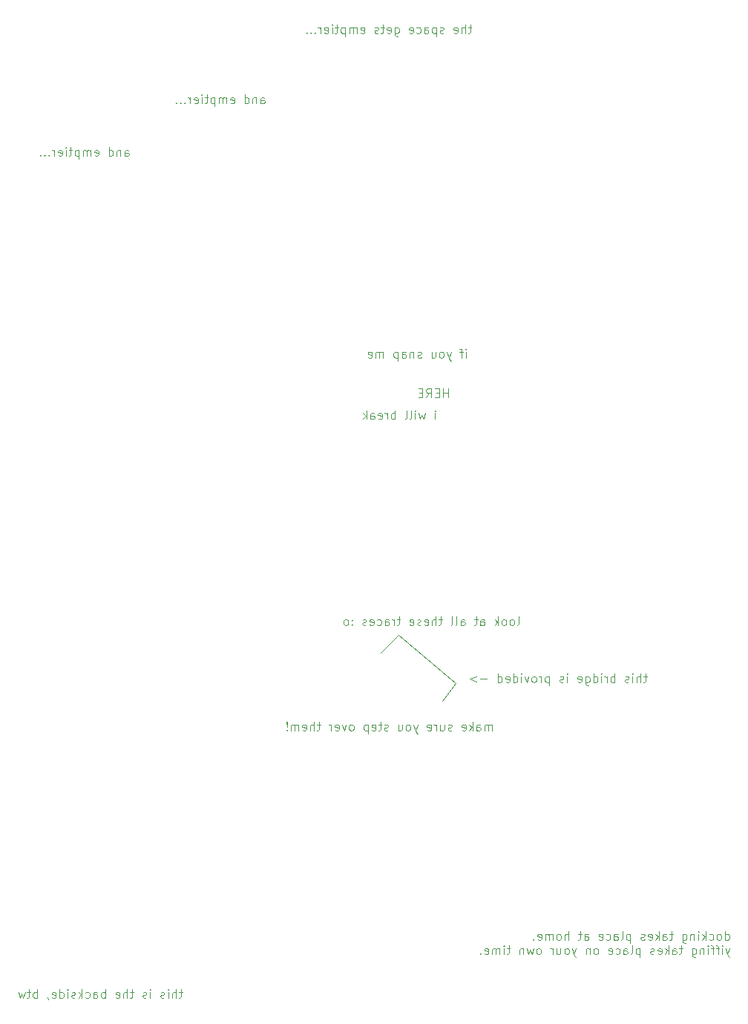
<source format=gbr>
%TF.GenerationSoftware,KiCad,Pcbnew,8.0.5*%
%TF.CreationDate,2024-11-15T19:55:36-05:00*%
%TF.ProjectId,m3++,6d332b2b-2e6b-4696-9361-645f70636258,rev?*%
%TF.SameCoordinates,Original*%
%TF.FileFunction,Legend,Bot*%
%TF.FilePolarity,Positive*%
%FSLAX46Y46*%
G04 Gerber Fmt 4.6, Leading zero omitted, Abs format (unit mm)*
G04 Created by KiCad (PCBNEW 8.0.5) date 2024-11-15 19:55:36*
%MOMM*%
%LPD*%
G01*
G04 APERTURE LIST*
%ADD10C,0.100000*%
G04 APERTURE END LIST*
D10*
X155196115Y-64372419D02*
X155196115Y-63705752D01*
X155196115Y-63372419D02*
X155243734Y-63420038D01*
X155243734Y-63420038D02*
X155196115Y-63467657D01*
X155196115Y-63467657D02*
X155148496Y-63420038D01*
X155148496Y-63420038D02*
X155196115Y-63372419D01*
X155196115Y-63372419D02*
X155196115Y-63467657D01*
X154053258Y-63705752D02*
X153862782Y-64372419D01*
X153862782Y-64372419D02*
X153672306Y-63896228D01*
X153672306Y-63896228D02*
X153481830Y-64372419D01*
X153481830Y-64372419D02*
X153291354Y-63705752D01*
X152910401Y-64372419D02*
X152910401Y-63705752D01*
X152910401Y-63372419D02*
X152958020Y-63420038D01*
X152958020Y-63420038D02*
X152910401Y-63467657D01*
X152910401Y-63467657D02*
X152862782Y-63420038D01*
X152862782Y-63420038D02*
X152910401Y-63372419D01*
X152910401Y-63372419D02*
X152910401Y-63467657D01*
X152291354Y-64372419D02*
X152386592Y-64324800D01*
X152386592Y-64324800D02*
X152434211Y-64229561D01*
X152434211Y-64229561D02*
X152434211Y-63372419D01*
X151767544Y-64372419D02*
X151862782Y-64324800D01*
X151862782Y-64324800D02*
X151910401Y-64229561D01*
X151910401Y-64229561D02*
X151910401Y-63372419D01*
X150624686Y-64372419D02*
X150624686Y-63372419D01*
X150624686Y-63753371D02*
X150529448Y-63705752D01*
X150529448Y-63705752D02*
X150338972Y-63705752D01*
X150338972Y-63705752D02*
X150243734Y-63753371D01*
X150243734Y-63753371D02*
X150196115Y-63800990D01*
X150196115Y-63800990D02*
X150148496Y-63896228D01*
X150148496Y-63896228D02*
X150148496Y-64181942D01*
X150148496Y-64181942D02*
X150196115Y-64277180D01*
X150196115Y-64277180D02*
X150243734Y-64324800D01*
X150243734Y-64324800D02*
X150338972Y-64372419D01*
X150338972Y-64372419D02*
X150529448Y-64372419D01*
X150529448Y-64372419D02*
X150624686Y-64324800D01*
X149719924Y-64372419D02*
X149719924Y-63705752D01*
X149719924Y-63896228D02*
X149672305Y-63800990D01*
X149672305Y-63800990D02*
X149624686Y-63753371D01*
X149624686Y-63753371D02*
X149529448Y-63705752D01*
X149529448Y-63705752D02*
X149434210Y-63705752D01*
X148719924Y-64324800D02*
X148815162Y-64372419D01*
X148815162Y-64372419D02*
X149005638Y-64372419D01*
X149005638Y-64372419D02*
X149100876Y-64324800D01*
X149100876Y-64324800D02*
X149148495Y-64229561D01*
X149148495Y-64229561D02*
X149148495Y-63848609D01*
X149148495Y-63848609D02*
X149100876Y-63753371D01*
X149100876Y-63753371D02*
X149005638Y-63705752D01*
X149005638Y-63705752D02*
X148815162Y-63705752D01*
X148815162Y-63705752D02*
X148719924Y-63753371D01*
X148719924Y-63753371D02*
X148672305Y-63848609D01*
X148672305Y-63848609D02*
X148672305Y-63943847D01*
X148672305Y-63943847D02*
X149148495Y-64039085D01*
X147815162Y-64372419D02*
X147815162Y-63848609D01*
X147815162Y-63848609D02*
X147862781Y-63753371D01*
X147862781Y-63753371D02*
X147958019Y-63705752D01*
X147958019Y-63705752D02*
X148148495Y-63705752D01*
X148148495Y-63705752D02*
X148243733Y-63753371D01*
X147815162Y-64324800D02*
X147910400Y-64372419D01*
X147910400Y-64372419D02*
X148148495Y-64372419D01*
X148148495Y-64372419D02*
X148243733Y-64324800D01*
X148243733Y-64324800D02*
X148291352Y-64229561D01*
X148291352Y-64229561D02*
X148291352Y-64134323D01*
X148291352Y-64134323D02*
X148243733Y-64039085D01*
X148243733Y-64039085D02*
X148148495Y-63991466D01*
X148148495Y-63991466D02*
X147910400Y-63991466D01*
X147910400Y-63991466D02*
X147815162Y-63943847D01*
X147338971Y-64372419D02*
X147338971Y-63372419D01*
X147243733Y-63991466D02*
X146958019Y-64372419D01*
X146958019Y-63705752D02*
X147338971Y-64086704D01*
X156696115Y-61872419D02*
X156696115Y-60872419D01*
X156696115Y-61348609D02*
X156124687Y-61348609D01*
X156124687Y-61872419D02*
X156124687Y-60872419D01*
X155648496Y-61348609D02*
X155315163Y-61348609D01*
X155172306Y-61872419D02*
X155648496Y-61872419D01*
X155648496Y-61872419D02*
X155648496Y-60872419D01*
X155648496Y-60872419D02*
X155172306Y-60872419D01*
X154172306Y-61872419D02*
X154505639Y-61396228D01*
X154743734Y-61872419D02*
X154743734Y-60872419D01*
X154743734Y-60872419D02*
X154362782Y-60872419D01*
X154362782Y-60872419D02*
X154267544Y-60920038D01*
X154267544Y-60920038D02*
X154219925Y-60967657D01*
X154219925Y-60967657D02*
X154172306Y-61062895D01*
X154172306Y-61062895D02*
X154172306Y-61205752D01*
X154172306Y-61205752D02*
X154219925Y-61300990D01*
X154219925Y-61300990D02*
X154267544Y-61348609D01*
X154267544Y-61348609D02*
X154362782Y-61396228D01*
X154362782Y-61396228D02*
X154743734Y-61396228D01*
X153743734Y-61348609D02*
X153410401Y-61348609D01*
X153267544Y-61872419D02*
X153743734Y-61872419D01*
X153743734Y-61872419D02*
X153743734Y-60872419D01*
X153743734Y-60872419D02*
X153267544Y-60872419D01*
X158696115Y-57372419D02*
X158696115Y-56705752D01*
X158696115Y-56372419D02*
X158743734Y-56420038D01*
X158743734Y-56420038D02*
X158696115Y-56467657D01*
X158696115Y-56467657D02*
X158648496Y-56420038D01*
X158648496Y-56420038D02*
X158696115Y-56372419D01*
X158696115Y-56372419D02*
X158696115Y-56467657D01*
X158362782Y-56705752D02*
X157981830Y-56705752D01*
X158219925Y-57372419D02*
X158219925Y-56515276D01*
X158219925Y-56515276D02*
X158172306Y-56420038D01*
X158172306Y-56420038D02*
X158077068Y-56372419D01*
X158077068Y-56372419D02*
X157981830Y-56372419D01*
X156981829Y-56705752D02*
X156743734Y-57372419D01*
X156505639Y-56705752D02*
X156743734Y-57372419D01*
X156743734Y-57372419D02*
X156838972Y-57610514D01*
X156838972Y-57610514D02*
X156886591Y-57658133D01*
X156886591Y-57658133D02*
X156981829Y-57705752D01*
X155981829Y-57372419D02*
X156077067Y-57324800D01*
X156077067Y-57324800D02*
X156124686Y-57277180D01*
X156124686Y-57277180D02*
X156172305Y-57181942D01*
X156172305Y-57181942D02*
X156172305Y-56896228D01*
X156172305Y-56896228D02*
X156124686Y-56800990D01*
X156124686Y-56800990D02*
X156077067Y-56753371D01*
X156077067Y-56753371D02*
X155981829Y-56705752D01*
X155981829Y-56705752D02*
X155838972Y-56705752D01*
X155838972Y-56705752D02*
X155743734Y-56753371D01*
X155743734Y-56753371D02*
X155696115Y-56800990D01*
X155696115Y-56800990D02*
X155648496Y-56896228D01*
X155648496Y-56896228D02*
X155648496Y-57181942D01*
X155648496Y-57181942D02*
X155696115Y-57277180D01*
X155696115Y-57277180D02*
X155743734Y-57324800D01*
X155743734Y-57324800D02*
X155838972Y-57372419D01*
X155838972Y-57372419D02*
X155981829Y-57372419D01*
X154791353Y-56705752D02*
X154791353Y-57372419D01*
X155219924Y-56705752D02*
X155219924Y-57229561D01*
X155219924Y-57229561D02*
X155172305Y-57324800D01*
X155172305Y-57324800D02*
X155077067Y-57372419D01*
X155077067Y-57372419D02*
X154934210Y-57372419D01*
X154934210Y-57372419D02*
X154838972Y-57324800D01*
X154838972Y-57324800D02*
X154791353Y-57277180D01*
X153600876Y-57324800D02*
X153505638Y-57372419D01*
X153505638Y-57372419D02*
X153315162Y-57372419D01*
X153315162Y-57372419D02*
X153219924Y-57324800D01*
X153219924Y-57324800D02*
X153172305Y-57229561D01*
X153172305Y-57229561D02*
X153172305Y-57181942D01*
X153172305Y-57181942D02*
X153219924Y-57086704D01*
X153219924Y-57086704D02*
X153315162Y-57039085D01*
X153315162Y-57039085D02*
X153458019Y-57039085D01*
X153458019Y-57039085D02*
X153553257Y-56991466D01*
X153553257Y-56991466D02*
X153600876Y-56896228D01*
X153600876Y-56896228D02*
X153600876Y-56848609D01*
X153600876Y-56848609D02*
X153553257Y-56753371D01*
X153553257Y-56753371D02*
X153458019Y-56705752D01*
X153458019Y-56705752D02*
X153315162Y-56705752D01*
X153315162Y-56705752D02*
X153219924Y-56753371D01*
X152743733Y-56705752D02*
X152743733Y-57372419D01*
X152743733Y-56800990D02*
X152696114Y-56753371D01*
X152696114Y-56753371D02*
X152600876Y-56705752D01*
X152600876Y-56705752D02*
X152458019Y-56705752D01*
X152458019Y-56705752D02*
X152362781Y-56753371D01*
X152362781Y-56753371D02*
X152315162Y-56848609D01*
X152315162Y-56848609D02*
X152315162Y-57372419D01*
X151410400Y-57372419D02*
X151410400Y-56848609D01*
X151410400Y-56848609D02*
X151458019Y-56753371D01*
X151458019Y-56753371D02*
X151553257Y-56705752D01*
X151553257Y-56705752D02*
X151743733Y-56705752D01*
X151743733Y-56705752D02*
X151838971Y-56753371D01*
X151410400Y-57324800D02*
X151505638Y-57372419D01*
X151505638Y-57372419D02*
X151743733Y-57372419D01*
X151743733Y-57372419D02*
X151838971Y-57324800D01*
X151838971Y-57324800D02*
X151886590Y-57229561D01*
X151886590Y-57229561D02*
X151886590Y-57134323D01*
X151886590Y-57134323D02*
X151838971Y-57039085D01*
X151838971Y-57039085D02*
X151743733Y-56991466D01*
X151743733Y-56991466D02*
X151505638Y-56991466D01*
X151505638Y-56991466D02*
X151410400Y-56943847D01*
X150934209Y-56705752D02*
X150934209Y-57705752D01*
X150934209Y-56753371D02*
X150838971Y-56705752D01*
X150838971Y-56705752D02*
X150648495Y-56705752D01*
X150648495Y-56705752D02*
X150553257Y-56753371D01*
X150553257Y-56753371D02*
X150505638Y-56800990D01*
X150505638Y-56800990D02*
X150458019Y-56896228D01*
X150458019Y-56896228D02*
X150458019Y-57181942D01*
X150458019Y-57181942D02*
X150505638Y-57277180D01*
X150505638Y-57277180D02*
X150553257Y-57324800D01*
X150553257Y-57324800D02*
X150648495Y-57372419D01*
X150648495Y-57372419D02*
X150838971Y-57372419D01*
X150838971Y-57372419D02*
X150934209Y-57324800D01*
X149267542Y-57372419D02*
X149267542Y-56705752D01*
X149267542Y-56800990D02*
X149219923Y-56753371D01*
X149219923Y-56753371D02*
X149124685Y-56705752D01*
X149124685Y-56705752D02*
X148981828Y-56705752D01*
X148981828Y-56705752D02*
X148886590Y-56753371D01*
X148886590Y-56753371D02*
X148838971Y-56848609D01*
X148838971Y-56848609D02*
X148838971Y-57372419D01*
X148838971Y-56848609D02*
X148791352Y-56753371D01*
X148791352Y-56753371D02*
X148696114Y-56705752D01*
X148696114Y-56705752D02*
X148553257Y-56705752D01*
X148553257Y-56705752D02*
X148458018Y-56753371D01*
X148458018Y-56753371D02*
X148410399Y-56848609D01*
X148410399Y-56848609D02*
X148410399Y-57372419D01*
X147553257Y-57324800D02*
X147648495Y-57372419D01*
X147648495Y-57372419D02*
X147838971Y-57372419D01*
X147838971Y-57372419D02*
X147934209Y-57324800D01*
X147934209Y-57324800D02*
X147981828Y-57229561D01*
X147981828Y-57229561D02*
X147981828Y-56848609D01*
X147981828Y-56848609D02*
X147934209Y-56753371D01*
X147934209Y-56753371D02*
X147838971Y-56705752D01*
X147838971Y-56705752D02*
X147648495Y-56705752D01*
X147648495Y-56705752D02*
X147553257Y-56753371D01*
X147553257Y-56753371D02*
X147505638Y-56848609D01*
X147505638Y-56848609D02*
X147505638Y-56943847D01*
X147505638Y-56943847D02*
X147981828Y-57039085D01*
X126338972Y-129705752D02*
X125958020Y-129705752D01*
X126196115Y-129372419D02*
X126196115Y-130229561D01*
X126196115Y-130229561D02*
X126148496Y-130324800D01*
X126148496Y-130324800D02*
X126053258Y-130372419D01*
X126053258Y-130372419D02*
X125958020Y-130372419D01*
X125624686Y-130372419D02*
X125624686Y-129372419D01*
X125196115Y-130372419D02*
X125196115Y-129848609D01*
X125196115Y-129848609D02*
X125243734Y-129753371D01*
X125243734Y-129753371D02*
X125338972Y-129705752D01*
X125338972Y-129705752D02*
X125481829Y-129705752D01*
X125481829Y-129705752D02*
X125577067Y-129753371D01*
X125577067Y-129753371D02*
X125624686Y-129800990D01*
X124719924Y-130372419D02*
X124719924Y-129705752D01*
X124719924Y-129372419D02*
X124767543Y-129420038D01*
X124767543Y-129420038D02*
X124719924Y-129467657D01*
X124719924Y-129467657D02*
X124672305Y-129420038D01*
X124672305Y-129420038D02*
X124719924Y-129372419D01*
X124719924Y-129372419D02*
X124719924Y-129467657D01*
X124291353Y-130324800D02*
X124196115Y-130372419D01*
X124196115Y-130372419D02*
X124005639Y-130372419D01*
X124005639Y-130372419D02*
X123910401Y-130324800D01*
X123910401Y-130324800D02*
X123862782Y-130229561D01*
X123862782Y-130229561D02*
X123862782Y-130181942D01*
X123862782Y-130181942D02*
X123910401Y-130086704D01*
X123910401Y-130086704D02*
X124005639Y-130039085D01*
X124005639Y-130039085D02*
X124148496Y-130039085D01*
X124148496Y-130039085D02*
X124243734Y-129991466D01*
X124243734Y-129991466D02*
X124291353Y-129896228D01*
X124291353Y-129896228D02*
X124291353Y-129848609D01*
X124291353Y-129848609D02*
X124243734Y-129753371D01*
X124243734Y-129753371D02*
X124148496Y-129705752D01*
X124148496Y-129705752D02*
X124005639Y-129705752D01*
X124005639Y-129705752D02*
X123910401Y-129753371D01*
X122672305Y-130372419D02*
X122672305Y-129705752D01*
X122672305Y-129372419D02*
X122719924Y-129420038D01*
X122719924Y-129420038D02*
X122672305Y-129467657D01*
X122672305Y-129467657D02*
X122624686Y-129420038D01*
X122624686Y-129420038D02*
X122672305Y-129372419D01*
X122672305Y-129372419D02*
X122672305Y-129467657D01*
X122243734Y-130324800D02*
X122148496Y-130372419D01*
X122148496Y-130372419D02*
X121958020Y-130372419D01*
X121958020Y-130372419D02*
X121862782Y-130324800D01*
X121862782Y-130324800D02*
X121815163Y-130229561D01*
X121815163Y-130229561D02*
X121815163Y-130181942D01*
X121815163Y-130181942D02*
X121862782Y-130086704D01*
X121862782Y-130086704D02*
X121958020Y-130039085D01*
X121958020Y-130039085D02*
X122100877Y-130039085D01*
X122100877Y-130039085D02*
X122196115Y-129991466D01*
X122196115Y-129991466D02*
X122243734Y-129896228D01*
X122243734Y-129896228D02*
X122243734Y-129848609D01*
X122243734Y-129848609D02*
X122196115Y-129753371D01*
X122196115Y-129753371D02*
X122100877Y-129705752D01*
X122100877Y-129705752D02*
X121958020Y-129705752D01*
X121958020Y-129705752D02*
X121862782Y-129753371D01*
X120767543Y-129705752D02*
X120386591Y-129705752D01*
X120624686Y-129372419D02*
X120624686Y-130229561D01*
X120624686Y-130229561D02*
X120577067Y-130324800D01*
X120577067Y-130324800D02*
X120481829Y-130372419D01*
X120481829Y-130372419D02*
X120386591Y-130372419D01*
X120053257Y-130372419D02*
X120053257Y-129372419D01*
X119624686Y-130372419D02*
X119624686Y-129848609D01*
X119624686Y-129848609D02*
X119672305Y-129753371D01*
X119672305Y-129753371D02*
X119767543Y-129705752D01*
X119767543Y-129705752D02*
X119910400Y-129705752D01*
X119910400Y-129705752D02*
X120005638Y-129753371D01*
X120005638Y-129753371D02*
X120053257Y-129800990D01*
X118767543Y-130324800D02*
X118862781Y-130372419D01*
X118862781Y-130372419D02*
X119053257Y-130372419D01*
X119053257Y-130372419D02*
X119148495Y-130324800D01*
X119148495Y-130324800D02*
X119196114Y-130229561D01*
X119196114Y-130229561D02*
X119196114Y-129848609D01*
X119196114Y-129848609D02*
X119148495Y-129753371D01*
X119148495Y-129753371D02*
X119053257Y-129705752D01*
X119053257Y-129705752D02*
X118862781Y-129705752D01*
X118862781Y-129705752D02*
X118767543Y-129753371D01*
X118767543Y-129753371D02*
X118719924Y-129848609D01*
X118719924Y-129848609D02*
X118719924Y-129943847D01*
X118719924Y-129943847D02*
X119196114Y-130039085D01*
X117529447Y-130372419D02*
X117529447Y-129372419D01*
X117529447Y-129753371D02*
X117434209Y-129705752D01*
X117434209Y-129705752D02*
X117243733Y-129705752D01*
X117243733Y-129705752D02*
X117148495Y-129753371D01*
X117148495Y-129753371D02*
X117100876Y-129800990D01*
X117100876Y-129800990D02*
X117053257Y-129896228D01*
X117053257Y-129896228D02*
X117053257Y-130181942D01*
X117053257Y-130181942D02*
X117100876Y-130277180D01*
X117100876Y-130277180D02*
X117148495Y-130324800D01*
X117148495Y-130324800D02*
X117243733Y-130372419D01*
X117243733Y-130372419D02*
X117434209Y-130372419D01*
X117434209Y-130372419D02*
X117529447Y-130324800D01*
X116196114Y-130372419D02*
X116196114Y-129848609D01*
X116196114Y-129848609D02*
X116243733Y-129753371D01*
X116243733Y-129753371D02*
X116338971Y-129705752D01*
X116338971Y-129705752D02*
X116529447Y-129705752D01*
X116529447Y-129705752D02*
X116624685Y-129753371D01*
X116196114Y-130324800D02*
X116291352Y-130372419D01*
X116291352Y-130372419D02*
X116529447Y-130372419D01*
X116529447Y-130372419D02*
X116624685Y-130324800D01*
X116624685Y-130324800D02*
X116672304Y-130229561D01*
X116672304Y-130229561D02*
X116672304Y-130134323D01*
X116672304Y-130134323D02*
X116624685Y-130039085D01*
X116624685Y-130039085D02*
X116529447Y-129991466D01*
X116529447Y-129991466D02*
X116291352Y-129991466D01*
X116291352Y-129991466D02*
X116196114Y-129943847D01*
X115291352Y-130324800D02*
X115386590Y-130372419D01*
X115386590Y-130372419D02*
X115577066Y-130372419D01*
X115577066Y-130372419D02*
X115672304Y-130324800D01*
X115672304Y-130324800D02*
X115719923Y-130277180D01*
X115719923Y-130277180D02*
X115767542Y-130181942D01*
X115767542Y-130181942D02*
X115767542Y-129896228D01*
X115767542Y-129896228D02*
X115719923Y-129800990D01*
X115719923Y-129800990D02*
X115672304Y-129753371D01*
X115672304Y-129753371D02*
X115577066Y-129705752D01*
X115577066Y-129705752D02*
X115386590Y-129705752D01*
X115386590Y-129705752D02*
X115291352Y-129753371D01*
X114862780Y-130372419D02*
X114862780Y-129372419D01*
X114767542Y-129991466D02*
X114481828Y-130372419D01*
X114481828Y-129705752D02*
X114862780Y-130086704D01*
X114100875Y-130324800D02*
X114005637Y-130372419D01*
X114005637Y-130372419D02*
X113815161Y-130372419D01*
X113815161Y-130372419D02*
X113719923Y-130324800D01*
X113719923Y-130324800D02*
X113672304Y-130229561D01*
X113672304Y-130229561D02*
X113672304Y-130181942D01*
X113672304Y-130181942D02*
X113719923Y-130086704D01*
X113719923Y-130086704D02*
X113815161Y-130039085D01*
X113815161Y-130039085D02*
X113958018Y-130039085D01*
X113958018Y-130039085D02*
X114053256Y-129991466D01*
X114053256Y-129991466D02*
X114100875Y-129896228D01*
X114100875Y-129896228D02*
X114100875Y-129848609D01*
X114100875Y-129848609D02*
X114053256Y-129753371D01*
X114053256Y-129753371D02*
X113958018Y-129705752D01*
X113958018Y-129705752D02*
X113815161Y-129705752D01*
X113815161Y-129705752D02*
X113719923Y-129753371D01*
X113243732Y-130372419D02*
X113243732Y-129705752D01*
X113243732Y-129372419D02*
X113291351Y-129420038D01*
X113291351Y-129420038D02*
X113243732Y-129467657D01*
X113243732Y-129467657D02*
X113196113Y-129420038D01*
X113196113Y-129420038D02*
X113243732Y-129372419D01*
X113243732Y-129372419D02*
X113243732Y-129467657D01*
X112338971Y-130372419D02*
X112338971Y-129372419D01*
X112338971Y-130324800D02*
X112434209Y-130372419D01*
X112434209Y-130372419D02*
X112624685Y-130372419D01*
X112624685Y-130372419D02*
X112719923Y-130324800D01*
X112719923Y-130324800D02*
X112767542Y-130277180D01*
X112767542Y-130277180D02*
X112815161Y-130181942D01*
X112815161Y-130181942D02*
X112815161Y-129896228D01*
X112815161Y-129896228D02*
X112767542Y-129800990D01*
X112767542Y-129800990D02*
X112719923Y-129753371D01*
X112719923Y-129753371D02*
X112624685Y-129705752D01*
X112624685Y-129705752D02*
X112434209Y-129705752D01*
X112434209Y-129705752D02*
X112338971Y-129753371D01*
X111481828Y-130324800D02*
X111577066Y-130372419D01*
X111577066Y-130372419D02*
X111767542Y-130372419D01*
X111767542Y-130372419D02*
X111862780Y-130324800D01*
X111862780Y-130324800D02*
X111910399Y-130229561D01*
X111910399Y-130229561D02*
X111910399Y-129848609D01*
X111910399Y-129848609D02*
X111862780Y-129753371D01*
X111862780Y-129753371D02*
X111767542Y-129705752D01*
X111767542Y-129705752D02*
X111577066Y-129705752D01*
X111577066Y-129705752D02*
X111481828Y-129753371D01*
X111481828Y-129753371D02*
X111434209Y-129848609D01*
X111434209Y-129848609D02*
X111434209Y-129943847D01*
X111434209Y-129943847D02*
X111910399Y-130039085D01*
X110958018Y-130324800D02*
X110958018Y-130372419D01*
X110958018Y-130372419D02*
X111005637Y-130467657D01*
X111005637Y-130467657D02*
X111053256Y-130515276D01*
X109767542Y-130372419D02*
X109767542Y-129372419D01*
X109767542Y-129753371D02*
X109672304Y-129705752D01*
X109672304Y-129705752D02*
X109481828Y-129705752D01*
X109481828Y-129705752D02*
X109386590Y-129753371D01*
X109386590Y-129753371D02*
X109338971Y-129800990D01*
X109338971Y-129800990D02*
X109291352Y-129896228D01*
X109291352Y-129896228D02*
X109291352Y-130181942D01*
X109291352Y-130181942D02*
X109338971Y-130277180D01*
X109338971Y-130277180D02*
X109386590Y-130324800D01*
X109386590Y-130324800D02*
X109481828Y-130372419D01*
X109481828Y-130372419D02*
X109672304Y-130372419D01*
X109672304Y-130372419D02*
X109767542Y-130324800D01*
X109005637Y-129705752D02*
X108624685Y-129705752D01*
X108862780Y-129372419D02*
X108862780Y-130229561D01*
X108862780Y-130229561D02*
X108815161Y-130324800D01*
X108815161Y-130324800D02*
X108719923Y-130372419D01*
X108719923Y-130372419D02*
X108624685Y-130372419D01*
X108386589Y-129705752D02*
X108196113Y-130372419D01*
X108196113Y-130372419D02*
X108005637Y-129896228D01*
X108005637Y-129896228D02*
X107815161Y-130372419D01*
X107815161Y-130372419D02*
X107624685Y-129705752D01*
X179338972Y-93705752D02*
X178958020Y-93705752D01*
X179196115Y-93372419D02*
X179196115Y-94229561D01*
X179196115Y-94229561D02*
X179148496Y-94324800D01*
X179148496Y-94324800D02*
X179053258Y-94372419D01*
X179053258Y-94372419D02*
X178958020Y-94372419D01*
X178624686Y-94372419D02*
X178624686Y-93372419D01*
X178196115Y-94372419D02*
X178196115Y-93848609D01*
X178196115Y-93848609D02*
X178243734Y-93753371D01*
X178243734Y-93753371D02*
X178338972Y-93705752D01*
X178338972Y-93705752D02*
X178481829Y-93705752D01*
X178481829Y-93705752D02*
X178577067Y-93753371D01*
X178577067Y-93753371D02*
X178624686Y-93800990D01*
X177719924Y-94372419D02*
X177719924Y-93705752D01*
X177719924Y-93372419D02*
X177767543Y-93420038D01*
X177767543Y-93420038D02*
X177719924Y-93467657D01*
X177719924Y-93467657D02*
X177672305Y-93420038D01*
X177672305Y-93420038D02*
X177719924Y-93372419D01*
X177719924Y-93372419D02*
X177719924Y-93467657D01*
X177291353Y-94324800D02*
X177196115Y-94372419D01*
X177196115Y-94372419D02*
X177005639Y-94372419D01*
X177005639Y-94372419D02*
X176910401Y-94324800D01*
X176910401Y-94324800D02*
X176862782Y-94229561D01*
X176862782Y-94229561D02*
X176862782Y-94181942D01*
X176862782Y-94181942D02*
X176910401Y-94086704D01*
X176910401Y-94086704D02*
X177005639Y-94039085D01*
X177005639Y-94039085D02*
X177148496Y-94039085D01*
X177148496Y-94039085D02*
X177243734Y-93991466D01*
X177243734Y-93991466D02*
X177291353Y-93896228D01*
X177291353Y-93896228D02*
X177291353Y-93848609D01*
X177291353Y-93848609D02*
X177243734Y-93753371D01*
X177243734Y-93753371D02*
X177148496Y-93705752D01*
X177148496Y-93705752D02*
X177005639Y-93705752D01*
X177005639Y-93705752D02*
X176910401Y-93753371D01*
X175672305Y-94372419D02*
X175672305Y-93372419D01*
X175672305Y-93753371D02*
X175577067Y-93705752D01*
X175577067Y-93705752D02*
X175386591Y-93705752D01*
X175386591Y-93705752D02*
X175291353Y-93753371D01*
X175291353Y-93753371D02*
X175243734Y-93800990D01*
X175243734Y-93800990D02*
X175196115Y-93896228D01*
X175196115Y-93896228D02*
X175196115Y-94181942D01*
X175196115Y-94181942D02*
X175243734Y-94277180D01*
X175243734Y-94277180D02*
X175291353Y-94324800D01*
X175291353Y-94324800D02*
X175386591Y-94372419D01*
X175386591Y-94372419D02*
X175577067Y-94372419D01*
X175577067Y-94372419D02*
X175672305Y-94324800D01*
X174767543Y-94372419D02*
X174767543Y-93705752D01*
X174767543Y-93896228D02*
X174719924Y-93800990D01*
X174719924Y-93800990D02*
X174672305Y-93753371D01*
X174672305Y-93753371D02*
X174577067Y-93705752D01*
X174577067Y-93705752D02*
X174481829Y-93705752D01*
X174148495Y-94372419D02*
X174148495Y-93705752D01*
X174148495Y-93372419D02*
X174196114Y-93420038D01*
X174196114Y-93420038D02*
X174148495Y-93467657D01*
X174148495Y-93467657D02*
X174100876Y-93420038D01*
X174100876Y-93420038D02*
X174148495Y-93372419D01*
X174148495Y-93372419D02*
X174148495Y-93467657D01*
X173243734Y-94372419D02*
X173243734Y-93372419D01*
X173243734Y-94324800D02*
X173338972Y-94372419D01*
X173338972Y-94372419D02*
X173529448Y-94372419D01*
X173529448Y-94372419D02*
X173624686Y-94324800D01*
X173624686Y-94324800D02*
X173672305Y-94277180D01*
X173672305Y-94277180D02*
X173719924Y-94181942D01*
X173719924Y-94181942D02*
X173719924Y-93896228D01*
X173719924Y-93896228D02*
X173672305Y-93800990D01*
X173672305Y-93800990D02*
X173624686Y-93753371D01*
X173624686Y-93753371D02*
X173529448Y-93705752D01*
X173529448Y-93705752D02*
X173338972Y-93705752D01*
X173338972Y-93705752D02*
X173243734Y-93753371D01*
X172338972Y-93705752D02*
X172338972Y-94515276D01*
X172338972Y-94515276D02*
X172386591Y-94610514D01*
X172386591Y-94610514D02*
X172434210Y-94658133D01*
X172434210Y-94658133D02*
X172529448Y-94705752D01*
X172529448Y-94705752D02*
X172672305Y-94705752D01*
X172672305Y-94705752D02*
X172767543Y-94658133D01*
X172338972Y-94324800D02*
X172434210Y-94372419D01*
X172434210Y-94372419D02*
X172624686Y-94372419D01*
X172624686Y-94372419D02*
X172719924Y-94324800D01*
X172719924Y-94324800D02*
X172767543Y-94277180D01*
X172767543Y-94277180D02*
X172815162Y-94181942D01*
X172815162Y-94181942D02*
X172815162Y-93896228D01*
X172815162Y-93896228D02*
X172767543Y-93800990D01*
X172767543Y-93800990D02*
X172719924Y-93753371D01*
X172719924Y-93753371D02*
X172624686Y-93705752D01*
X172624686Y-93705752D02*
X172434210Y-93705752D01*
X172434210Y-93705752D02*
X172338972Y-93753371D01*
X171481829Y-94324800D02*
X171577067Y-94372419D01*
X171577067Y-94372419D02*
X171767543Y-94372419D01*
X171767543Y-94372419D02*
X171862781Y-94324800D01*
X171862781Y-94324800D02*
X171910400Y-94229561D01*
X171910400Y-94229561D02*
X171910400Y-93848609D01*
X171910400Y-93848609D02*
X171862781Y-93753371D01*
X171862781Y-93753371D02*
X171767543Y-93705752D01*
X171767543Y-93705752D02*
X171577067Y-93705752D01*
X171577067Y-93705752D02*
X171481829Y-93753371D01*
X171481829Y-93753371D02*
X171434210Y-93848609D01*
X171434210Y-93848609D02*
X171434210Y-93943847D01*
X171434210Y-93943847D02*
X171910400Y-94039085D01*
X170243733Y-94372419D02*
X170243733Y-93705752D01*
X170243733Y-93372419D02*
X170291352Y-93420038D01*
X170291352Y-93420038D02*
X170243733Y-93467657D01*
X170243733Y-93467657D02*
X170196114Y-93420038D01*
X170196114Y-93420038D02*
X170243733Y-93372419D01*
X170243733Y-93372419D02*
X170243733Y-93467657D01*
X169815162Y-94324800D02*
X169719924Y-94372419D01*
X169719924Y-94372419D02*
X169529448Y-94372419D01*
X169529448Y-94372419D02*
X169434210Y-94324800D01*
X169434210Y-94324800D02*
X169386591Y-94229561D01*
X169386591Y-94229561D02*
X169386591Y-94181942D01*
X169386591Y-94181942D02*
X169434210Y-94086704D01*
X169434210Y-94086704D02*
X169529448Y-94039085D01*
X169529448Y-94039085D02*
X169672305Y-94039085D01*
X169672305Y-94039085D02*
X169767543Y-93991466D01*
X169767543Y-93991466D02*
X169815162Y-93896228D01*
X169815162Y-93896228D02*
X169815162Y-93848609D01*
X169815162Y-93848609D02*
X169767543Y-93753371D01*
X169767543Y-93753371D02*
X169672305Y-93705752D01*
X169672305Y-93705752D02*
X169529448Y-93705752D01*
X169529448Y-93705752D02*
X169434210Y-93753371D01*
X168196114Y-93705752D02*
X168196114Y-94705752D01*
X168196114Y-93753371D02*
X168100876Y-93705752D01*
X168100876Y-93705752D02*
X167910400Y-93705752D01*
X167910400Y-93705752D02*
X167815162Y-93753371D01*
X167815162Y-93753371D02*
X167767543Y-93800990D01*
X167767543Y-93800990D02*
X167719924Y-93896228D01*
X167719924Y-93896228D02*
X167719924Y-94181942D01*
X167719924Y-94181942D02*
X167767543Y-94277180D01*
X167767543Y-94277180D02*
X167815162Y-94324800D01*
X167815162Y-94324800D02*
X167910400Y-94372419D01*
X167910400Y-94372419D02*
X168100876Y-94372419D01*
X168100876Y-94372419D02*
X168196114Y-94324800D01*
X167291352Y-94372419D02*
X167291352Y-93705752D01*
X167291352Y-93896228D02*
X167243733Y-93800990D01*
X167243733Y-93800990D02*
X167196114Y-93753371D01*
X167196114Y-93753371D02*
X167100876Y-93705752D01*
X167100876Y-93705752D02*
X167005638Y-93705752D01*
X166529447Y-94372419D02*
X166624685Y-94324800D01*
X166624685Y-94324800D02*
X166672304Y-94277180D01*
X166672304Y-94277180D02*
X166719923Y-94181942D01*
X166719923Y-94181942D02*
X166719923Y-93896228D01*
X166719923Y-93896228D02*
X166672304Y-93800990D01*
X166672304Y-93800990D02*
X166624685Y-93753371D01*
X166624685Y-93753371D02*
X166529447Y-93705752D01*
X166529447Y-93705752D02*
X166386590Y-93705752D01*
X166386590Y-93705752D02*
X166291352Y-93753371D01*
X166291352Y-93753371D02*
X166243733Y-93800990D01*
X166243733Y-93800990D02*
X166196114Y-93896228D01*
X166196114Y-93896228D02*
X166196114Y-94181942D01*
X166196114Y-94181942D02*
X166243733Y-94277180D01*
X166243733Y-94277180D02*
X166291352Y-94324800D01*
X166291352Y-94324800D02*
X166386590Y-94372419D01*
X166386590Y-94372419D02*
X166529447Y-94372419D01*
X165862780Y-93705752D02*
X165624685Y-94372419D01*
X165624685Y-94372419D02*
X165386590Y-93705752D01*
X165005637Y-94372419D02*
X165005637Y-93705752D01*
X165005637Y-93372419D02*
X165053256Y-93420038D01*
X165053256Y-93420038D02*
X165005637Y-93467657D01*
X165005637Y-93467657D02*
X164958018Y-93420038D01*
X164958018Y-93420038D02*
X165005637Y-93372419D01*
X165005637Y-93372419D02*
X165005637Y-93467657D01*
X164100876Y-94372419D02*
X164100876Y-93372419D01*
X164100876Y-94324800D02*
X164196114Y-94372419D01*
X164196114Y-94372419D02*
X164386590Y-94372419D01*
X164386590Y-94372419D02*
X164481828Y-94324800D01*
X164481828Y-94324800D02*
X164529447Y-94277180D01*
X164529447Y-94277180D02*
X164577066Y-94181942D01*
X164577066Y-94181942D02*
X164577066Y-93896228D01*
X164577066Y-93896228D02*
X164529447Y-93800990D01*
X164529447Y-93800990D02*
X164481828Y-93753371D01*
X164481828Y-93753371D02*
X164386590Y-93705752D01*
X164386590Y-93705752D02*
X164196114Y-93705752D01*
X164196114Y-93705752D02*
X164100876Y-93753371D01*
X163243733Y-94324800D02*
X163338971Y-94372419D01*
X163338971Y-94372419D02*
X163529447Y-94372419D01*
X163529447Y-94372419D02*
X163624685Y-94324800D01*
X163624685Y-94324800D02*
X163672304Y-94229561D01*
X163672304Y-94229561D02*
X163672304Y-93848609D01*
X163672304Y-93848609D02*
X163624685Y-93753371D01*
X163624685Y-93753371D02*
X163529447Y-93705752D01*
X163529447Y-93705752D02*
X163338971Y-93705752D01*
X163338971Y-93705752D02*
X163243733Y-93753371D01*
X163243733Y-93753371D02*
X163196114Y-93848609D01*
X163196114Y-93848609D02*
X163196114Y-93943847D01*
X163196114Y-93943847D02*
X163672304Y-94039085D01*
X162338971Y-94372419D02*
X162338971Y-93372419D01*
X162338971Y-94324800D02*
X162434209Y-94372419D01*
X162434209Y-94372419D02*
X162624685Y-94372419D01*
X162624685Y-94372419D02*
X162719923Y-94324800D01*
X162719923Y-94324800D02*
X162767542Y-94277180D01*
X162767542Y-94277180D02*
X162815161Y-94181942D01*
X162815161Y-94181942D02*
X162815161Y-93896228D01*
X162815161Y-93896228D02*
X162767542Y-93800990D01*
X162767542Y-93800990D02*
X162719923Y-93753371D01*
X162719923Y-93753371D02*
X162624685Y-93705752D01*
X162624685Y-93705752D02*
X162434209Y-93705752D01*
X162434209Y-93705752D02*
X162338971Y-93753371D01*
X161100875Y-93991466D02*
X160338971Y-93991466D01*
X159862780Y-93705752D02*
X159100876Y-93991466D01*
X159100876Y-93991466D02*
X159862780Y-94277180D01*
X161696115Y-99872419D02*
X161696115Y-99205752D01*
X161696115Y-99300990D02*
X161648496Y-99253371D01*
X161648496Y-99253371D02*
X161553258Y-99205752D01*
X161553258Y-99205752D02*
X161410401Y-99205752D01*
X161410401Y-99205752D02*
X161315163Y-99253371D01*
X161315163Y-99253371D02*
X161267544Y-99348609D01*
X161267544Y-99348609D02*
X161267544Y-99872419D01*
X161267544Y-99348609D02*
X161219925Y-99253371D01*
X161219925Y-99253371D02*
X161124687Y-99205752D01*
X161124687Y-99205752D02*
X160981830Y-99205752D01*
X160981830Y-99205752D02*
X160886591Y-99253371D01*
X160886591Y-99253371D02*
X160838972Y-99348609D01*
X160838972Y-99348609D02*
X160838972Y-99872419D01*
X159934211Y-99872419D02*
X159934211Y-99348609D01*
X159934211Y-99348609D02*
X159981830Y-99253371D01*
X159981830Y-99253371D02*
X160077068Y-99205752D01*
X160077068Y-99205752D02*
X160267544Y-99205752D01*
X160267544Y-99205752D02*
X160362782Y-99253371D01*
X159934211Y-99824800D02*
X160029449Y-99872419D01*
X160029449Y-99872419D02*
X160267544Y-99872419D01*
X160267544Y-99872419D02*
X160362782Y-99824800D01*
X160362782Y-99824800D02*
X160410401Y-99729561D01*
X160410401Y-99729561D02*
X160410401Y-99634323D01*
X160410401Y-99634323D02*
X160362782Y-99539085D01*
X160362782Y-99539085D02*
X160267544Y-99491466D01*
X160267544Y-99491466D02*
X160029449Y-99491466D01*
X160029449Y-99491466D02*
X159934211Y-99443847D01*
X159458020Y-99872419D02*
X159458020Y-98872419D01*
X159362782Y-99491466D02*
X159077068Y-99872419D01*
X159077068Y-99205752D02*
X159458020Y-99586704D01*
X158267544Y-99824800D02*
X158362782Y-99872419D01*
X158362782Y-99872419D02*
X158553258Y-99872419D01*
X158553258Y-99872419D02*
X158648496Y-99824800D01*
X158648496Y-99824800D02*
X158696115Y-99729561D01*
X158696115Y-99729561D02*
X158696115Y-99348609D01*
X158696115Y-99348609D02*
X158648496Y-99253371D01*
X158648496Y-99253371D02*
X158553258Y-99205752D01*
X158553258Y-99205752D02*
X158362782Y-99205752D01*
X158362782Y-99205752D02*
X158267544Y-99253371D01*
X158267544Y-99253371D02*
X158219925Y-99348609D01*
X158219925Y-99348609D02*
X158219925Y-99443847D01*
X158219925Y-99443847D02*
X158696115Y-99539085D01*
X157077067Y-99824800D02*
X156981829Y-99872419D01*
X156981829Y-99872419D02*
X156791353Y-99872419D01*
X156791353Y-99872419D02*
X156696115Y-99824800D01*
X156696115Y-99824800D02*
X156648496Y-99729561D01*
X156648496Y-99729561D02*
X156648496Y-99681942D01*
X156648496Y-99681942D02*
X156696115Y-99586704D01*
X156696115Y-99586704D02*
X156791353Y-99539085D01*
X156791353Y-99539085D02*
X156934210Y-99539085D01*
X156934210Y-99539085D02*
X157029448Y-99491466D01*
X157029448Y-99491466D02*
X157077067Y-99396228D01*
X157077067Y-99396228D02*
X157077067Y-99348609D01*
X157077067Y-99348609D02*
X157029448Y-99253371D01*
X157029448Y-99253371D02*
X156934210Y-99205752D01*
X156934210Y-99205752D02*
X156791353Y-99205752D01*
X156791353Y-99205752D02*
X156696115Y-99253371D01*
X155791353Y-99205752D02*
X155791353Y-99872419D01*
X156219924Y-99205752D02*
X156219924Y-99729561D01*
X156219924Y-99729561D02*
X156172305Y-99824800D01*
X156172305Y-99824800D02*
X156077067Y-99872419D01*
X156077067Y-99872419D02*
X155934210Y-99872419D01*
X155934210Y-99872419D02*
X155838972Y-99824800D01*
X155838972Y-99824800D02*
X155791353Y-99777180D01*
X155315162Y-99872419D02*
X155315162Y-99205752D01*
X155315162Y-99396228D02*
X155267543Y-99300990D01*
X155267543Y-99300990D02*
X155219924Y-99253371D01*
X155219924Y-99253371D02*
X155124686Y-99205752D01*
X155124686Y-99205752D02*
X155029448Y-99205752D01*
X154315162Y-99824800D02*
X154410400Y-99872419D01*
X154410400Y-99872419D02*
X154600876Y-99872419D01*
X154600876Y-99872419D02*
X154696114Y-99824800D01*
X154696114Y-99824800D02*
X154743733Y-99729561D01*
X154743733Y-99729561D02*
X154743733Y-99348609D01*
X154743733Y-99348609D02*
X154696114Y-99253371D01*
X154696114Y-99253371D02*
X154600876Y-99205752D01*
X154600876Y-99205752D02*
X154410400Y-99205752D01*
X154410400Y-99205752D02*
X154315162Y-99253371D01*
X154315162Y-99253371D02*
X154267543Y-99348609D01*
X154267543Y-99348609D02*
X154267543Y-99443847D01*
X154267543Y-99443847D02*
X154743733Y-99539085D01*
X153172304Y-99205752D02*
X152934209Y-99872419D01*
X152696114Y-99205752D02*
X152934209Y-99872419D01*
X152934209Y-99872419D02*
X153029447Y-100110514D01*
X153029447Y-100110514D02*
X153077066Y-100158133D01*
X153077066Y-100158133D02*
X153172304Y-100205752D01*
X152172304Y-99872419D02*
X152267542Y-99824800D01*
X152267542Y-99824800D02*
X152315161Y-99777180D01*
X152315161Y-99777180D02*
X152362780Y-99681942D01*
X152362780Y-99681942D02*
X152362780Y-99396228D01*
X152362780Y-99396228D02*
X152315161Y-99300990D01*
X152315161Y-99300990D02*
X152267542Y-99253371D01*
X152267542Y-99253371D02*
X152172304Y-99205752D01*
X152172304Y-99205752D02*
X152029447Y-99205752D01*
X152029447Y-99205752D02*
X151934209Y-99253371D01*
X151934209Y-99253371D02*
X151886590Y-99300990D01*
X151886590Y-99300990D02*
X151838971Y-99396228D01*
X151838971Y-99396228D02*
X151838971Y-99681942D01*
X151838971Y-99681942D02*
X151886590Y-99777180D01*
X151886590Y-99777180D02*
X151934209Y-99824800D01*
X151934209Y-99824800D02*
X152029447Y-99872419D01*
X152029447Y-99872419D02*
X152172304Y-99872419D01*
X150981828Y-99205752D02*
X150981828Y-99872419D01*
X151410399Y-99205752D02*
X151410399Y-99729561D01*
X151410399Y-99729561D02*
X151362780Y-99824800D01*
X151362780Y-99824800D02*
X151267542Y-99872419D01*
X151267542Y-99872419D02*
X151124685Y-99872419D01*
X151124685Y-99872419D02*
X151029447Y-99824800D01*
X151029447Y-99824800D02*
X150981828Y-99777180D01*
X149791351Y-99824800D02*
X149696113Y-99872419D01*
X149696113Y-99872419D02*
X149505637Y-99872419D01*
X149505637Y-99872419D02*
X149410399Y-99824800D01*
X149410399Y-99824800D02*
X149362780Y-99729561D01*
X149362780Y-99729561D02*
X149362780Y-99681942D01*
X149362780Y-99681942D02*
X149410399Y-99586704D01*
X149410399Y-99586704D02*
X149505637Y-99539085D01*
X149505637Y-99539085D02*
X149648494Y-99539085D01*
X149648494Y-99539085D02*
X149743732Y-99491466D01*
X149743732Y-99491466D02*
X149791351Y-99396228D01*
X149791351Y-99396228D02*
X149791351Y-99348609D01*
X149791351Y-99348609D02*
X149743732Y-99253371D01*
X149743732Y-99253371D02*
X149648494Y-99205752D01*
X149648494Y-99205752D02*
X149505637Y-99205752D01*
X149505637Y-99205752D02*
X149410399Y-99253371D01*
X149077065Y-99205752D02*
X148696113Y-99205752D01*
X148934208Y-98872419D02*
X148934208Y-99729561D01*
X148934208Y-99729561D02*
X148886589Y-99824800D01*
X148886589Y-99824800D02*
X148791351Y-99872419D01*
X148791351Y-99872419D02*
X148696113Y-99872419D01*
X147981827Y-99824800D02*
X148077065Y-99872419D01*
X148077065Y-99872419D02*
X148267541Y-99872419D01*
X148267541Y-99872419D02*
X148362779Y-99824800D01*
X148362779Y-99824800D02*
X148410398Y-99729561D01*
X148410398Y-99729561D02*
X148410398Y-99348609D01*
X148410398Y-99348609D02*
X148362779Y-99253371D01*
X148362779Y-99253371D02*
X148267541Y-99205752D01*
X148267541Y-99205752D02*
X148077065Y-99205752D01*
X148077065Y-99205752D02*
X147981827Y-99253371D01*
X147981827Y-99253371D02*
X147934208Y-99348609D01*
X147934208Y-99348609D02*
X147934208Y-99443847D01*
X147934208Y-99443847D02*
X148410398Y-99539085D01*
X147505636Y-99205752D02*
X147505636Y-100205752D01*
X147505636Y-99253371D02*
X147410398Y-99205752D01*
X147410398Y-99205752D02*
X147219922Y-99205752D01*
X147219922Y-99205752D02*
X147124684Y-99253371D01*
X147124684Y-99253371D02*
X147077065Y-99300990D01*
X147077065Y-99300990D02*
X147029446Y-99396228D01*
X147029446Y-99396228D02*
X147029446Y-99681942D01*
X147029446Y-99681942D02*
X147077065Y-99777180D01*
X147077065Y-99777180D02*
X147124684Y-99824800D01*
X147124684Y-99824800D02*
X147219922Y-99872419D01*
X147219922Y-99872419D02*
X147410398Y-99872419D01*
X147410398Y-99872419D02*
X147505636Y-99824800D01*
X145696112Y-99872419D02*
X145791350Y-99824800D01*
X145791350Y-99824800D02*
X145838969Y-99777180D01*
X145838969Y-99777180D02*
X145886588Y-99681942D01*
X145886588Y-99681942D02*
X145886588Y-99396228D01*
X145886588Y-99396228D02*
X145838969Y-99300990D01*
X145838969Y-99300990D02*
X145791350Y-99253371D01*
X145791350Y-99253371D02*
X145696112Y-99205752D01*
X145696112Y-99205752D02*
X145553255Y-99205752D01*
X145553255Y-99205752D02*
X145458017Y-99253371D01*
X145458017Y-99253371D02*
X145410398Y-99300990D01*
X145410398Y-99300990D02*
X145362779Y-99396228D01*
X145362779Y-99396228D02*
X145362779Y-99681942D01*
X145362779Y-99681942D02*
X145410398Y-99777180D01*
X145410398Y-99777180D02*
X145458017Y-99824800D01*
X145458017Y-99824800D02*
X145553255Y-99872419D01*
X145553255Y-99872419D02*
X145696112Y-99872419D01*
X145029445Y-99205752D02*
X144791350Y-99872419D01*
X144791350Y-99872419D02*
X144553255Y-99205752D01*
X143791350Y-99824800D02*
X143886588Y-99872419D01*
X143886588Y-99872419D02*
X144077064Y-99872419D01*
X144077064Y-99872419D02*
X144172302Y-99824800D01*
X144172302Y-99824800D02*
X144219921Y-99729561D01*
X144219921Y-99729561D02*
X144219921Y-99348609D01*
X144219921Y-99348609D02*
X144172302Y-99253371D01*
X144172302Y-99253371D02*
X144077064Y-99205752D01*
X144077064Y-99205752D02*
X143886588Y-99205752D01*
X143886588Y-99205752D02*
X143791350Y-99253371D01*
X143791350Y-99253371D02*
X143743731Y-99348609D01*
X143743731Y-99348609D02*
X143743731Y-99443847D01*
X143743731Y-99443847D02*
X144219921Y-99539085D01*
X143315159Y-99872419D02*
X143315159Y-99205752D01*
X143315159Y-99396228D02*
X143267540Y-99300990D01*
X143267540Y-99300990D02*
X143219921Y-99253371D01*
X143219921Y-99253371D02*
X143124683Y-99205752D01*
X143124683Y-99205752D02*
X143029445Y-99205752D01*
X142077063Y-99205752D02*
X141696111Y-99205752D01*
X141934206Y-98872419D02*
X141934206Y-99729561D01*
X141934206Y-99729561D02*
X141886587Y-99824800D01*
X141886587Y-99824800D02*
X141791349Y-99872419D01*
X141791349Y-99872419D02*
X141696111Y-99872419D01*
X141362777Y-99872419D02*
X141362777Y-98872419D01*
X140934206Y-99872419D02*
X140934206Y-99348609D01*
X140934206Y-99348609D02*
X140981825Y-99253371D01*
X140981825Y-99253371D02*
X141077063Y-99205752D01*
X141077063Y-99205752D02*
X141219920Y-99205752D01*
X141219920Y-99205752D02*
X141315158Y-99253371D01*
X141315158Y-99253371D02*
X141362777Y-99300990D01*
X140077063Y-99824800D02*
X140172301Y-99872419D01*
X140172301Y-99872419D02*
X140362777Y-99872419D01*
X140362777Y-99872419D02*
X140458015Y-99824800D01*
X140458015Y-99824800D02*
X140505634Y-99729561D01*
X140505634Y-99729561D02*
X140505634Y-99348609D01*
X140505634Y-99348609D02*
X140458015Y-99253371D01*
X140458015Y-99253371D02*
X140362777Y-99205752D01*
X140362777Y-99205752D02*
X140172301Y-99205752D01*
X140172301Y-99205752D02*
X140077063Y-99253371D01*
X140077063Y-99253371D02*
X140029444Y-99348609D01*
X140029444Y-99348609D02*
X140029444Y-99443847D01*
X140029444Y-99443847D02*
X140505634Y-99539085D01*
X139600872Y-99872419D02*
X139600872Y-99205752D01*
X139600872Y-99300990D02*
X139553253Y-99253371D01*
X139553253Y-99253371D02*
X139458015Y-99205752D01*
X139458015Y-99205752D02*
X139315158Y-99205752D01*
X139315158Y-99205752D02*
X139219920Y-99253371D01*
X139219920Y-99253371D02*
X139172301Y-99348609D01*
X139172301Y-99348609D02*
X139172301Y-99872419D01*
X139172301Y-99348609D02*
X139124682Y-99253371D01*
X139124682Y-99253371D02*
X139029444Y-99205752D01*
X139029444Y-99205752D02*
X138886587Y-99205752D01*
X138886587Y-99205752D02*
X138791348Y-99253371D01*
X138791348Y-99253371D02*
X138743729Y-99348609D01*
X138743729Y-99348609D02*
X138743729Y-99872419D01*
X138267539Y-99777180D02*
X138219920Y-99824800D01*
X138219920Y-99824800D02*
X138267539Y-99872419D01*
X138267539Y-99872419D02*
X138315158Y-99824800D01*
X138315158Y-99824800D02*
X138267539Y-99777180D01*
X138267539Y-99777180D02*
X138267539Y-99872419D01*
X138267539Y-99491466D02*
X138315158Y-98920038D01*
X138315158Y-98920038D02*
X138267539Y-98872419D01*
X138267539Y-98872419D02*
X138219920Y-98920038D01*
X138219920Y-98920038D02*
X138267539Y-99491466D01*
X138267539Y-99491466D02*
X138267539Y-98872419D01*
X164553258Y-87872419D02*
X164648496Y-87824800D01*
X164648496Y-87824800D02*
X164696115Y-87729561D01*
X164696115Y-87729561D02*
X164696115Y-86872419D01*
X164029448Y-87872419D02*
X164124686Y-87824800D01*
X164124686Y-87824800D02*
X164172305Y-87777180D01*
X164172305Y-87777180D02*
X164219924Y-87681942D01*
X164219924Y-87681942D02*
X164219924Y-87396228D01*
X164219924Y-87396228D02*
X164172305Y-87300990D01*
X164172305Y-87300990D02*
X164124686Y-87253371D01*
X164124686Y-87253371D02*
X164029448Y-87205752D01*
X164029448Y-87205752D02*
X163886591Y-87205752D01*
X163886591Y-87205752D02*
X163791353Y-87253371D01*
X163791353Y-87253371D02*
X163743734Y-87300990D01*
X163743734Y-87300990D02*
X163696115Y-87396228D01*
X163696115Y-87396228D02*
X163696115Y-87681942D01*
X163696115Y-87681942D02*
X163743734Y-87777180D01*
X163743734Y-87777180D02*
X163791353Y-87824800D01*
X163791353Y-87824800D02*
X163886591Y-87872419D01*
X163886591Y-87872419D02*
X164029448Y-87872419D01*
X163124686Y-87872419D02*
X163219924Y-87824800D01*
X163219924Y-87824800D02*
X163267543Y-87777180D01*
X163267543Y-87777180D02*
X163315162Y-87681942D01*
X163315162Y-87681942D02*
X163315162Y-87396228D01*
X163315162Y-87396228D02*
X163267543Y-87300990D01*
X163267543Y-87300990D02*
X163219924Y-87253371D01*
X163219924Y-87253371D02*
X163124686Y-87205752D01*
X163124686Y-87205752D02*
X162981829Y-87205752D01*
X162981829Y-87205752D02*
X162886591Y-87253371D01*
X162886591Y-87253371D02*
X162838972Y-87300990D01*
X162838972Y-87300990D02*
X162791353Y-87396228D01*
X162791353Y-87396228D02*
X162791353Y-87681942D01*
X162791353Y-87681942D02*
X162838972Y-87777180D01*
X162838972Y-87777180D02*
X162886591Y-87824800D01*
X162886591Y-87824800D02*
X162981829Y-87872419D01*
X162981829Y-87872419D02*
X163124686Y-87872419D01*
X162362781Y-87872419D02*
X162362781Y-86872419D01*
X162267543Y-87491466D02*
X161981829Y-87872419D01*
X161981829Y-87205752D02*
X162362781Y-87586704D01*
X160362781Y-87872419D02*
X160362781Y-87348609D01*
X160362781Y-87348609D02*
X160410400Y-87253371D01*
X160410400Y-87253371D02*
X160505638Y-87205752D01*
X160505638Y-87205752D02*
X160696114Y-87205752D01*
X160696114Y-87205752D02*
X160791352Y-87253371D01*
X160362781Y-87824800D02*
X160458019Y-87872419D01*
X160458019Y-87872419D02*
X160696114Y-87872419D01*
X160696114Y-87872419D02*
X160791352Y-87824800D01*
X160791352Y-87824800D02*
X160838971Y-87729561D01*
X160838971Y-87729561D02*
X160838971Y-87634323D01*
X160838971Y-87634323D02*
X160791352Y-87539085D01*
X160791352Y-87539085D02*
X160696114Y-87491466D01*
X160696114Y-87491466D02*
X160458019Y-87491466D01*
X160458019Y-87491466D02*
X160362781Y-87443847D01*
X160029447Y-87205752D02*
X159648495Y-87205752D01*
X159886590Y-86872419D02*
X159886590Y-87729561D01*
X159886590Y-87729561D02*
X159838971Y-87824800D01*
X159838971Y-87824800D02*
X159743733Y-87872419D01*
X159743733Y-87872419D02*
X159648495Y-87872419D01*
X158124685Y-87872419D02*
X158124685Y-87348609D01*
X158124685Y-87348609D02*
X158172304Y-87253371D01*
X158172304Y-87253371D02*
X158267542Y-87205752D01*
X158267542Y-87205752D02*
X158458018Y-87205752D01*
X158458018Y-87205752D02*
X158553256Y-87253371D01*
X158124685Y-87824800D02*
X158219923Y-87872419D01*
X158219923Y-87872419D02*
X158458018Y-87872419D01*
X158458018Y-87872419D02*
X158553256Y-87824800D01*
X158553256Y-87824800D02*
X158600875Y-87729561D01*
X158600875Y-87729561D02*
X158600875Y-87634323D01*
X158600875Y-87634323D02*
X158553256Y-87539085D01*
X158553256Y-87539085D02*
X158458018Y-87491466D01*
X158458018Y-87491466D02*
X158219923Y-87491466D01*
X158219923Y-87491466D02*
X158124685Y-87443847D01*
X157505637Y-87872419D02*
X157600875Y-87824800D01*
X157600875Y-87824800D02*
X157648494Y-87729561D01*
X157648494Y-87729561D02*
X157648494Y-86872419D01*
X156981827Y-87872419D02*
X157077065Y-87824800D01*
X157077065Y-87824800D02*
X157124684Y-87729561D01*
X157124684Y-87729561D02*
X157124684Y-86872419D01*
X155981826Y-87205752D02*
X155600874Y-87205752D01*
X155838969Y-86872419D02*
X155838969Y-87729561D01*
X155838969Y-87729561D02*
X155791350Y-87824800D01*
X155791350Y-87824800D02*
X155696112Y-87872419D01*
X155696112Y-87872419D02*
X155600874Y-87872419D01*
X155267540Y-87872419D02*
X155267540Y-86872419D01*
X154838969Y-87872419D02*
X154838969Y-87348609D01*
X154838969Y-87348609D02*
X154886588Y-87253371D01*
X154886588Y-87253371D02*
X154981826Y-87205752D01*
X154981826Y-87205752D02*
X155124683Y-87205752D01*
X155124683Y-87205752D02*
X155219921Y-87253371D01*
X155219921Y-87253371D02*
X155267540Y-87300990D01*
X153981826Y-87824800D02*
X154077064Y-87872419D01*
X154077064Y-87872419D02*
X154267540Y-87872419D01*
X154267540Y-87872419D02*
X154362778Y-87824800D01*
X154362778Y-87824800D02*
X154410397Y-87729561D01*
X154410397Y-87729561D02*
X154410397Y-87348609D01*
X154410397Y-87348609D02*
X154362778Y-87253371D01*
X154362778Y-87253371D02*
X154267540Y-87205752D01*
X154267540Y-87205752D02*
X154077064Y-87205752D01*
X154077064Y-87205752D02*
X153981826Y-87253371D01*
X153981826Y-87253371D02*
X153934207Y-87348609D01*
X153934207Y-87348609D02*
X153934207Y-87443847D01*
X153934207Y-87443847D02*
X154410397Y-87539085D01*
X153553254Y-87824800D02*
X153458016Y-87872419D01*
X153458016Y-87872419D02*
X153267540Y-87872419D01*
X153267540Y-87872419D02*
X153172302Y-87824800D01*
X153172302Y-87824800D02*
X153124683Y-87729561D01*
X153124683Y-87729561D02*
X153124683Y-87681942D01*
X153124683Y-87681942D02*
X153172302Y-87586704D01*
X153172302Y-87586704D02*
X153267540Y-87539085D01*
X153267540Y-87539085D02*
X153410397Y-87539085D01*
X153410397Y-87539085D02*
X153505635Y-87491466D01*
X153505635Y-87491466D02*
X153553254Y-87396228D01*
X153553254Y-87396228D02*
X153553254Y-87348609D01*
X153553254Y-87348609D02*
X153505635Y-87253371D01*
X153505635Y-87253371D02*
X153410397Y-87205752D01*
X153410397Y-87205752D02*
X153267540Y-87205752D01*
X153267540Y-87205752D02*
X153172302Y-87253371D01*
X152315159Y-87824800D02*
X152410397Y-87872419D01*
X152410397Y-87872419D02*
X152600873Y-87872419D01*
X152600873Y-87872419D02*
X152696111Y-87824800D01*
X152696111Y-87824800D02*
X152743730Y-87729561D01*
X152743730Y-87729561D02*
X152743730Y-87348609D01*
X152743730Y-87348609D02*
X152696111Y-87253371D01*
X152696111Y-87253371D02*
X152600873Y-87205752D01*
X152600873Y-87205752D02*
X152410397Y-87205752D01*
X152410397Y-87205752D02*
X152315159Y-87253371D01*
X152315159Y-87253371D02*
X152267540Y-87348609D01*
X152267540Y-87348609D02*
X152267540Y-87443847D01*
X152267540Y-87443847D02*
X152743730Y-87539085D01*
X151219920Y-87205752D02*
X150838968Y-87205752D01*
X151077063Y-86872419D02*
X151077063Y-87729561D01*
X151077063Y-87729561D02*
X151029444Y-87824800D01*
X151029444Y-87824800D02*
X150934206Y-87872419D01*
X150934206Y-87872419D02*
X150838968Y-87872419D01*
X150505634Y-87872419D02*
X150505634Y-87205752D01*
X150505634Y-87396228D02*
X150458015Y-87300990D01*
X150458015Y-87300990D02*
X150410396Y-87253371D01*
X150410396Y-87253371D02*
X150315158Y-87205752D01*
X150315158Y-87205752D02*
X150219920Y-87205752D01*
X149458015Y-87872419D02*
X149458015Y-87348609D01*
X149458015Y-87348609D02*
X149505634Y-87253371D01*
X149505634Y-87253371D02*
X149600872Y-87205752D01*
X149600872Y-87205752D02*
X149791348Y-87205752D01*
X149791348Y-87205752D02*
X149886586Y-87253371D01*
X149458015Y-87824800D02*
X149553253Y-87872419D01*
X149553253Y-87872419D02*
X149791348Y-87872419D01*
X149791348Y-87872419D02*
X149886586Y-87824800D01*
X149886586Y-87824800D02*
X149934205Y-87729561D01*
X149934205Y-87729561D02*
X149934205Y-87634323D01*
X149934205Y-87634323D02*
X149886586Y-87539085D01*
X149886586Y-87539085D02*
X149791348Y-87491466D01*
X149791348Y-87491466D02*
X149553253Y-87491466D01*
X149553253Y-87491466D02*
X149458015Y-87443847D01*
X148553253Y-87824800D02*
X148648491Y-87872419D01*
X148648491Y-87872419D02*
X148838967Y-87872419D01*
X148838967Y-87872419D02*
X148934205Y-87824800D01*
X148934205Y-87824800D02*
X148981824Y-87777180D01*
X148981824Y-87777180D02*
X149029443Y-87681942D01*
X149029443Y-87681942D02*
X149029443Y-87396228D01*
X149029443Y-87396228D02*
X148981824Y-87300990D01*
X148981824Y-87300990D02*
X148934205Y-87253371D01*
X148934205Y-87253371D02*
X148838967Y-87205752D01*
X148838967Y-87205752D02*
X148648491Y-87205752D01*
X148648491Y-87205752D02*
X148553253Y-87253371D01*
X147743729Y-87824800D02*
X147838967Y-87872419D01*
X147838967Y-87872419D02*
X148029443Y-87872419D01*
X148029443Y-87872419D02*
X148124681Y-87824800D01*
X148124681Y-87824800D02*
X148172300Y-87729561D01*
X148172300Y-87729561D02*
X148172300Y-87348609D01*
X148172300Y-87348609D02*
X148124681Y-87253371D01*
X148124681Y-87253371D02*
X148029443Y-87205752D01*
X148029443Y-87205752D02*
X147838967Y-87205752D01*
X147838967Y-87205752D02*
X147743729Y-87253371D01*
X147743729Y-87253371D02*
X147696110Y-87348609D01*
X147696110Y-87348609D02*
X147696110Y-87443847D01*
X147696110Y-87443847D02*
X148172300Y-87539085D01*
X147315157Y-87824800D02*
X147219919Y-87872419D01*
X147219919Y-87872419D02*
X147029443Y-87872419D01*
X147029443Y-87872419D02*
X146934205Y-87824800D01*
X146934205Y-87824800D02*
X146886586Y-87729561D01*
X146886586Y-87729561D02*
X146886586Y-87681942D01*
X146886586Y-87681942D02*
X146934205Y-87586704D01*
X146934205Y-87586704D02*
X147029443Y-87539085D01*
X147029443Y-87539085D02*
X147172300Y-87539085D01*
X147172300Y-87539085D02*
X147267538Y-87491466D01*
X147267538Y-87491466D02*
X147315157Y-87396228D01*
X147315157Y-87396228D02*
X147315157Y-87348609D01*
X147315157Y-87348609D02*
X147267538Y-87253371D01*
X147267538Y-87253371D02*
X147172300Y-87205752D01*
X147172300Y-87205752D02*
X147029443Y-87205752D01*
X147029443Y-87205752D02*
X146934205Y-87253371D01*
X145696109Y-87777180D02*
X145648490Y-87824800D01*
X145648490Y-87824800D02*
X145696109Y-87872419D01*
X145696109Y-87872419D02*
X145743728Y-87824800D01*
X145743728Y-87824800D02*
X145696109Y-87777180D01*
X145696109Y-87777180D02*
X145696109Y-87872419D01*
X145696109Y-87253371D02*
X145648490Y-87300990D01*
X145648490Y-87300990D02*
X145696109Y-87348609D01*
X145696109Y-87348609D02*
X145743728Y-87300990D01*
X145743728Y-87300990D02*
X145696109Y-87253371D01*
X145696109Y-87253371D02*
X145696109Y-87348609D01*
X145077062Y-87872419D02*
X145172300Y-87824800D01*
X145172300Y-87824800D02*
X145219919Y-87777180D01*
X145219919Y-87777180D02*
X145267538Y-87681942D01*
X145267538Y-87681942D02*
X145267538Y-87396228D01*
X145267538Y-87396228D02*
X145219919Y-87300990D01*
X145219919Y-87300990D02*
X145172300Y-87253371D01*
X145172300Y-87253371D02*
X145077062Y-87205752D01*
X145077062Y-87205752D02*
X144934205Y-87205752D01*
X144934205Y-87205752D02*
X144838967Y-87253371D01*
X144838967Y-87253371D02*
X144791348Y-87300990D01*
X144791348Y-87300990D02*
X144743729Y-87396228D01*
X144743729Y-87396228D02*
X144743729Y-87681942D01*
X144743729Y-87681942D02*
X144791348Y-87777180D01*
X144791348Y-87777180D02*
X144838967Y-87824800D01*
X144838967Y-87824800D02*
X144934205Y-87872419D01*
X144934205Y-87872419D02*
X145077062Y-87872419D01*
X151000000Y-89000000D02*
X149000000Y-91000000D01*
X157500000Y-94500000D02*
X151000000Y-89000000D01*
X156000000Y-96500000D02*
X157500000Y-94500000D01*
X157500000Y-94500000D02*
X156000000Y-96500000D01*
X119767544Y-34372419D02*
X119767544Y-33848609D01*
X119767544Y-33848609D02*
X119815163Y-33753371D01*
X119815163Y-33753371D02*
X119910401Y-33705752D01*
X119910401Y-33705752D02*
X120100877Y-33705752D01*
X120100877Y-33705752D02*
X120196115Y-33753371D01*
X119767544Y-34324800D02*
X119862782Y-34372419D01*
X119862782Y-34372419D02*
X120100877Y-34372419D01*
X120100877Y-34372419D02*
X120196115Y-34324800D01*
X120196115Y-34324800D02*
X120243734Y-34229561D01*
X120243734Y-34229561D02*
X120243734Y-34134323D01*
X120243734Y-34134323D02*
X120196115Y-34039085D01*
X120196115Y-34039085D02*
X120100877Y-33991466D01*
X120100877Y-33991466D02*
X119862782Y-33991466D01*
X119862782Y-33991466D02*
X119767544Y-33943847D01*
X119291353Y-33705752D02*
X119291353Y-34372419D01*
X119291353Y-33800990D02*
X119243734Y-33753371D01*
X119243734Y-33753371D02*
X119148496Y-33705752D01*
X119148496Y-33705752D02*
X119005639Y-33705752D01*
X119005639Y-33705752D02*
X118910401Y-33753371D01*
X118910401Y-33753371D02*
X118862782Y-33848609D01*
X118862782Y-33848609D02*
X118862782Y-34372419D01*
X117958020Y-34372419D02*
X117958020Y-33372419D01*
X117958020Y-34324800D02*
X118053258Y-34372419D01*
X118053258Y-34372419D02*
X118243734Y-34372419D01*
X118243734Y-34372419D02*
X118338972Y-34324800D01*
X118338972Y-34324800D02*
X118386591Y-34277180D01*
X118386591Y-34277180D02*
X118434210Y-34181942D01*
X118434210Y-34181942D02*
X118434210Y-33896228D01*
X118434210Y-33896228D02*
X118386591Y-33800990D01*
X118386591Y-33800990D02*
X118338972Y-33753371D01*
X118338972Y-33753371D02*
X118243734Y-33705752D01*
X118243734Y-33705752D02*
X118053258Y-33705752D01*
X118053258Y-33705752D02*
X117958020Y-33753371D01*
X116338972Y-34324800D02*
X116434210Y-34372419D01*
X116434210Y-34372419D02*
X116624686Y-34372419D01*
X116624686Y-34372419D02*
X116719924Y-34324800D01*
X116719924Y-34324800D02*
X116767543Y-34229561D01*
X116767543Y-34229561D02*
X116767543Y-33848609D01*
X116767543Y-33848609D02*
X116719924Y-33753371D01*
X116719924Y-33753371D02*
X116624686Y-33705752D01*
X116624686Y-33705752D02*
X116434210Y-33705752D01*
X116434210Y-33705752D02*
X116338972Y-33753371D01*
X116338972Y-33753371D02*
X116291353Y-33848609D01*
X116291353Y-33848609D02*
X116291353Y-33943847D01*
X116291353Y-33943847D02*
X116767543Y-34039085D01*
X115862781Y-34372419D02*
X115862781Y-33705752D01*
X115862781Y-33800990D02*
X115815162Y-33753371D01*
X115815162Y-33753371D02*
X115719924Y-33705752D01*
X115719924Y-33705752D02*
X115577067Y-33705752D01*
X115577067Y-33705752D02*
X115481829Y-33753371D01*
X115481829Y-33753371D02*
X115434210Y-33848609D01*
X115434210Y-33848609D02*
X115434210Y-34372419D01*
X115434210Y-33848609D02*
X115386591Y-33753371D01*
X115386591Y-33753371D02*
X115291353Y-33705752D01*
X115291353Y-33705752D02*
X115148496Y-33705752D01*
X115148496Y-33705752D02*
X115053257Y-33753371D01*
X115053257Y-33753371D02*
X115005638Y-33848609D01*
X115005638Y-33848609D02*
X115005638Y-34372419D01*
X114529448Y-33705752D02*
X114529448Y-34705752D01*
X114529448Y-33753371D02*
X114434210Y-33705752D01*
X114434210Y-33705752D02*
X114243734Y-33705752D01*
X114243734Y-33705752D02*
X114148496Y-33753371D01*
X114148496Y-33753371D02*
X114100877Y-33800990D01*
X114100877Y-33800990D02*
X114053258Y-33896228D01*
X114053258Y-33896228D02*
X114053258Y-34181942D01*
X114053258Y-34181942D02*
X114100877Y-34277180D01*
X114100877Y-34277180D02*
X114148496Y-34324800D01*
X114148496Y-34324800D02*
X114243734Y-34372419D01*
X114243734Y-34372419D02*
X114434210Y-34372419D01*
X114434210Y-34372419D02*
X114529448Y-34324800D01*
X113767543Y-33705752D02*
X113386591Y-33705752D01*
X113624686Y-33372419D02*
X113624686Y-34229561D01*
X113624686Y-34229561D02*
X113577067Y-34324800D01*
X113577067Y-34324800D02*
X113481829Y-34372419D01*
X113481829Y-34372419D02*
X113386591Y-34372419D01*
X113053257Y-34372419D02*
X113053257Y-33705752D01*
X113053257Y-33372419D02*
X113100876Y-33420038D01*
X113100876Y-33420038D02*
X113053257Y-33467657D01*
X113053257Y-33467657D02*
X113005638Y-33420038D01*
X113005638Y-33420038D02*
X113053257Y-33372419D01*
X113053257Y-33372419D02*
X113053257Y-33467657D01*
X112196115Y-34324800D02*
X112291353Y-34372419D01*
X112291353Y-34372419D02*
X112481829Y-34372419D01*
X112481829Y-34372419D02*
X112577067Y-34324800D01*
X112577067Y-34324800D02*
X112624686Y-34229561D01*
X112624686Y-34229561D02*
X112624686Y-33848609D01*
X112624686Y-33848609D02*
X112577067Y-33753371D01*
X112577067Y-33753371D02*
X112481829Y-33705752D01*
X112481829Y-33705752D02*
X112291353Y-33705752D01*
X112291353Y-33705752D02*
X112196115Y-33753371D01*
X112196115Y-33753371D02*
X112148496Y-33848609D01*
X112148496Y-33848609D02*
X112148496Y-33943847D01*
X112148496Y-33943847D02*
X112624686Y-34039085D01*
X111719924Y-34372419D02*
X111719924Y-33705752D01*
X111719924Y-33896228D02*
X111672305Y-33800990D01*
X111672305Y-33800990D02*
X111624686Y-33753371D01*
X111624686Y-33753371D02*
X111529448Y-33705752D01*
X111529448Y-33705752D02*
X111434210Y-33705752D01*
X111100876Y-34277180D02*
X111053257Y-34324800D01*
X111053257Y-34324800D02*
X111100876Y-34372419D01*
X111100876Y-34372419D02*
X111148495Y-34324800D01*
X111148495Y-34324800D02*
X111100876Y-34277180D01*
X111100876Y-34277180D02*
X111100876Y-34372419D01*
X110624686Y-34277180D02*
X110577067Y-34324800D01*
X110577067Y-34324800D02*
X110624686Y-34372419D01*
X110624686Y-34372419D02*
X110672305Y-34324800D01*
X110672305Y-34324800D02*
X110624686Y-34277180D01*
X110624686Y-34277180D02*
X110624686Y-34372419D01*
X110148496Y-34277180D02*
X110100877Y-34324800D01*
X110100877Y-34324800D02*
X110148496Y-34372419D01*
X110148496Y-34372419D02*
X110196115Y-34324800D01*
X110196115Y-34324800D02*
X110148496Y-34277180D01*
X110148496Y-34277180D02*
X110148496Y-34372419D01*
X135267544Y-28372419D02*
X135267544Y-27848609D01*
X135267544Y-27848609D02*
X135315163Y-27753371D01*
X135315163Y-27753371D02*
X135410401Y-27705752D01*
X135410401Y-27705752D02*
X135600877Y-27705752D01*
X135600877Y-27705752D02*
X135696115Y-27753371D01*
X135267544Y-28324800D02*
X135362782Y-28372419D01*
X135362782Y-28372419D02*
X135600877Y-28372419D01*
X135600877Y-28372419D02*
X135696115Y-28324800D01*
X135696115Y-28324800D02*
X135743734Y-28229561D01*
X135743734Y-28229561D02*
X135743734Y-28134323D01*
X135743734Y-28134323D02*
X135696115Y-28039085D01*
X135696115Y-28039085D02*
X135600877Y-27991466D01*
X135600877Y-27991466D02*
X135362782Y-27991466D01*
X135362782Y-27991466D02*
X135267544Y-27943847D01*
X134791353Y-27705752D02*
X134791353Y-28372419D01*
X134791353Y-27800990D02*
X134743734Y-27753371D01*
X134743734Y-27753371D02*
X134648496Y-27705752D01*
X134648496Y-27705752D02*
X134505639Y-27705752D01*
X134505639Y-27705752D02*
X134410401Y-27753371D01*
X134410401Y-27753371D02*
X134362782Y-27848609D01*
X134362782Y-27848609D02*
X134362782Y-28372419D01*
X133458020Y-28372419D02*
X133458020Y-27372419D01*
X133458020Y-28324800D02*
X133553258Y-28372419D01*
X133553258Y-28372419D02*
X133743734Y-28372419D01*
X133743734Y-28372419D02*
X133838972Y-28324800D01*
X133838972Y-28324800D02*
X133886591Y-28277180D01*
X133886591Y-28277180D02*
X133934210Y-28181942D01*
X133934210Y-28181942D02*
X133934210Y-27896228D01*
X133934210Y-27896228D02*
X133886591Y-27800990D01*
X133886591Y-27800990D02*
X133838972Y-27753371D01*
X133838972Y-27753371D02*
X133743734Y-27705752D01*
X133743734Y-27705752D02*
X133553258Y-27705752D01*
X133553258Y-27705752D02*
X133458020Y-27753371D01*
X131838972Y-28324800D02*
X131934210Y-28372419D01*
X131934210Y-28372419D02*
X132124686Y-28372419D01*
X132124686Y-28372419D02*
X132219924Y-28324800D01*
X132219924Y-28324800D02*
X132267543Y-28229561D01*
X132267543Y-28229561D02*
X132267543Y-27848609D01*
X132267543Y-27848609D02*
X132219924Y-27753371D01*
X132219924Y-27753371D02*
X132124686Y-27705752D01*
X132124686Y-27705752D02*
X131934210Y-27705752D01*
X131934210Y-27705752D02*
X131838972Y-27753371D01*
X131838972Y-27753371D02*
X131791353Y-27848609D01*
X131791353Y-27848609D02*
X131791353Y-27943847D01*
X131791353Y-27943847D02*
X132267543Y-28039085D01*
X131362781Y-28372419D02*
X131362781Y-27705752D01*
X131362781Y-27800990D02*
X131315162Y-27753371D01*
X131315162Y-27753371D02*
X131219924Y-27705752D01*
X131219924Y-27705752D02*
X131077067Y-27705752D01*
X131077067Y-27705752D02*
X130981829Y-27753371D01*
X130981829Y-27753371D02*
X130934210Y-27848609D01*
X130934210Y-27848609D02*
X130934210Y-28372419D01*
X130934210Y-27848609D02*
X130886591Y-27753371D01*
X130886591Y-27753371D02*
X130791353Y-27705752D01*
X130791353Y-27705752D02*
X130648496Y-27705752D01*
X130648496Y-27705752D02*
X130553257Y-27753371D01*
X130553257Y-27753371D02*
X130505638Y-27848609D01*
X130505638Y-27848609D02*
X130505638Y-28372419D01*
X130029448Y-27705752D02*
X130029448Y-28705752D01*
X130029448Y-27753371D02*
X129934210Y-27705752D01*
X129934210Y-27705752D02*
X129743734Y-27705752D01*
X129743734Y-27705752D02*
X129648496Y-27753371D01*
X129648496Y-27753371D02*
X129600877Y-27800990D01*
X129600877Y-27800990D02*
X129553258Y-27896228D01*
X129553258Y-27896228D02*
X129553258Y-28181942D01*
X129553258Y-28181942D02*
X129600877Y-28277180D01*
X129600877Y-28277180D02*
X129648496Y-28324800D01*
X129648496Y-28324800D02*
X129743734Y-28372419D01*
X129743734Y-28372419D02*
X129934210Y-28372419D01*
X129934210Y-28372419D02*
X130029448Y-28324800D01*
X129267543Y-27705752D02*
X128886591Y-27705752D01*
X129124686Y-27372419D02*
X129124686Y-28229561D01*
X129124686Y-28229561D02*
X129077067Y-28324800D01*
X129077067Y-28324800D02*
X128981829Y-28372419D01*
X128981829Y-28372419D02*
X128886591Y-28372419D01*
X128553257Y-28372419D02*
X128553257Y-27705752D01*
X128553257Y-27372419D02*
X128600876Y-27420038D01*
X128600876Y-27420038D02*
X128553257Y-27467657D01*
X128553257Y-27467657D02*
X128505638Y-27420038D01*
X128505638Y-27420038D02*
X128553257Y-27372419D01*
X128553257Y-27372419D02*
X128553257Y-27467657D01*
X127696115Y-28324800D02*
X127791353Y-28372419D01*
X127791353Y-28372419D02*
X127981829Y-28372419D01*
X127981829Y-28372419D02*
X128077067Y-28324800D01*
X128077067Y-28324800D02*
X128124686Y-28229561D01*
X128124686Y-28229561D02*
X128124686Y-27848609D01*
X128124686Y-27848609D02*
X128077067Y-27753371D01*
X128077067Y-27753371D02*
X127981829Y-27705752D01*
X127981829Y-27705752D02*
X127791353Y-27705752D01*
X127791353Y-27705752D02*
X127696115Y-27753371D01*
X127696115Y-27753371D02*
X127648496Y-27848609D01*
X127648496Y-27848609D02*
X127648496Y-27943847D01*
X127648496Y-27943847D02*
X128124686Y-28039085D01*
X127219924Y-28372419D02*
X127219924Y-27705752D01*
X127219924Y-27896228D02*
X127172305Y-27800990D01*
X127172305Y-27800990D02*
X127124686Y-27753371D01*
X127124686Y-27753371D02*
X127029448Y-27705752D01*
X127029448Y-27705752D02*
X126934210Y-27705752D01*
X126600876Y-28277180D02*
X126553257Y-28324800D01*
X126553257Y-28324800D02*
X126600876Y-28372419D01*
X126600876Y-28372419D02*
X126648495Y-28324800D01*
X126648495Y-28324800D02*
X126600876Y-28277180D01*
X126600876Y-28277180D02*
X126600876Y-28372419D01*
X126124686Y-28277180D02*
X126077067Y-28324800D01*
X126077067Y-28324800D02*
X126124686Y-28372419D01*
X126124686Y-28372419D02*
X126172305Y-28324800D01*
X126172305Y-28324800D02*
X126124686Y-28277180D01*
X126124686Y-28277180D02*
X126124686Y-28372419D01*
X125648496Y-28277180D02*
X125600877Y-28324800D01*
X125600877Y-28324800D02*
X125648496Y-28372419D01*
X125648496Y-28372419D02*
X125696115Y-28324800D01*
X125696115Y-28324800D02*
X125648496Y-28277180D01*
X125648496Y-28277180D02*
X125648496Y-28372419D01*
X159338972Y-19705752D02*
X158958020Y-19705752D01*
X159196115Y-19372419D02*
X159196115Y-20229561D01*
X159196115Y-20229561D02*
X159148496Y-20324800D01*
X159148496Y-20324800D02*
X159053258Y-20372419D01*
X159053258Y-20372419D02*
X158958020Y-20372419D01*
X158624686Y-20372419D02*
X158624686Y-19372419D01*
X158196115Y-20372419D02*
X158196115Y-19848609D01*
X158196115Y-19848609D02*
X158243734Y-19753371D01*
X158243734Y-19753371D02*
X158338972Y-19705752D01*
X158338972Y-19705752D02*
X158481829Y-19705752D01*
X158481829Y-19705752D02*
X158577067Y-19753371D01*
X158577067Y-19753371D02*
X158624686Y-19800990D01*
X157338972Y-20324800D02*
X157434210Y-20372419D01*
X157434210Y-20372419D02*
X157624686Y-20372419D01*
X157624686Y-20372419D02*
X157719924Y-20324800D01*
X157719924Y-20324800D02*
X157767543Y-20229561D01*
X157767543Y-20229561D02*
X157767543Y-19848609D01*
X157767543Y-19848609D02*
X157719924Y-19753371D01*
X157719924Y-19753371D02*
X157624686Y-19705752D01*
X157624686Y-19705752D02*
X157434210Y-19705752D01*
X157434210Y-19705752D02*
X157338972Y-19753371D01*
X157338972Y-19753371D02*
X157291353Y-19848609D01*
X157291353Y-19848609D02*
X157291353Y-19943847D01*
X157291353Y-19943847D02*
X157767543Y-20039085D01*
X156148495Y-20324800D02*
X156053257Y-20372419D01*
X156053257Y-20372419D02*
X155862781Y-20372419D01*
X155862781Y-20372419D02*
X155767543Y-20324800D01*
X155767543Y-20324800D02*
X155719924Y-20229561D01*
X155719924Y-20229561D02*
X155719924Y-20181942D01*
X155719924Y-20181942D02*
X155767543Y-20086704D01*
X155767543Y-20086704D02*
X155862781Y-20039085D01*
X155862781Y-20039085D02*
X156005638Y-20039085D01*
X156005638Y-20039085D02*
X156100876Y-19991466D01*
X156100876Y-19991466D02*
X156148495Y-19896228D01*
X156148495Y-19896228D02*
X156148495Y-19848609D01*
X156148495Y-19848609D02*
X156100876Y-19753371D01*
X156100876Y-19753371D02*
X156005638Y-19705752D01*
X156005638Y-19705752D02*
X155862781Y-19705752D01*
X155862781Y-19705752D02*
X155767543Y-19753371D01*
X155291352Y-19705752D02*
X155291352Y-20705752D01*
X155291352Y-19753371D02*
X155196114Y-19705752D01*
X155196114Y-19705752D02*
X155005638Y-19705752D01*
X155005638Y-19705752D02*
X154910400Y-19753371D01*
X154910400Y-19753371D02*
X154862781Y-19800990D01*
X154862781Y-19800990D02*
X154815162Y-19896228D01*
X154815162Y-19896228D02*
X154815162Y-20181942D01*
X154815162Y-20181942D02*
X154862781Y-20277180D01*
X154862781Y-20277180D02*
X154910400Y-20324800D01*
X154910400Y-20324800D02*
X155005638Y-20372419D01*
X155005638Y-20372419D02*
X155196114Y-20372419D01*
X155196114Y-20372419D02*
X155291352Y-20324800D01*
X153958019Y-20372419D02*
X153958019Y-19848609D01*
X153958019Y-19848609D02*
X154005638Y-19753371D01*
X154005638Y-19753371D02*
X154100876Y-19705752D01*
X154100876Y-19705752D02*
X154291352Y-19705752D01*
X154291352Y-19705752D02*
X154386590Y-19753371D01*
X153958019Y-20324800D02*
X154053257Y-20372419D01*
X154053257Y-20372419D02*
X154291352Y-20372419D01*
X154291352Y-20372419D02*
X154386590Y-20324800D01*
X154386590Y-20324800D02*
X154434209Y-20229561D01*
X154434209Y-20229561D02*
X154434209Y-20134323D01*
X154434209Y-20134323D02*
X154386590Y-20039085D01*
X154386590Y-20039085D02*
X154291352Y-19991466D01*
X154291352Y-19991466D02*
X154053257Y-19991466D01*
X154053257Y-19991466D02*
X153958019Y-19943847D01*
X153053257Y-20324800D02*
X153148495Y-20372419D01*
X153148495Y-20372419D02*
X153338971Y-20372419D01*
X153338971Y-20372419D02*
X153434209Y-20324800D01*
X153434209Y-20324800D02*
X153481828Y-20277180D01*
X153481828Y-20277180D02*
X153529447Y-20181942D01*
X153529447Y-20181942D02*
X153529447Y-19896228D01*
X153529447Y-19896228D02*
X153481828Y-19800990D01*
X153481828Y-19800990D02*
X153434209Y-19753371D01*
X153434209Y-19753371D02*
X153338971Y-19705752D01*
X153338971Y-19705752D02*
X153148495Y-19705752D01*
X153148495Y-19705752D02*
X153053257Y-19753371D01*
X152243733Y-20324800D02*
X152338971Y-20372419D01*
X152338971Y-20372419D02*
X152529447Y-20372419D01*
X152529447Y-20372419D02*
X152624685Y-20324800D01*
X152624685Y-20324800D02*
X152672304Y-20229561D01*
X152672304Y-20229561D02*
X152672304Y-19848609D01*
X152672304Y-19848609D02*
X152624685Y-19753371D01*
X152624685Y-19753371D02*
X152529447Y-19705752D01*
X152529447Y-19705752D02*
X152338971Y-19705752D01*
X152338971Y-19705752D02*
X152243733Y-19753371D01*
X152243733Y-19753371D02*
X152196114Y-19848609D01*
X152196114Y-19848609D02*
X152196114Y-19943847D01*
X152196114Y-19943847D02*
X152672304Y-20039085D01*
X150577066Y-19705752D02*
X150577066Y-20515276D01*
X150577066Y-20515276D02*
X150624685Y-20610514D01*
X150624685Y-20610514D02*
X150672304Y-20658133D01*
X150672304Y-20658133D02*
X150767542Y-20705752D01*
X150767542Y-20705752D02*
X150910399Y-20705752D01*
X150910399Y-20705752D02*
X151005637Y-20658133D01*
X150577066Y-20324800D02*
X150672304Y-20372419D01*
X150672304Y-20372419D02*
X150862780Y-20372419D01*
X150862780Y-20372419D02*
X150958018Y-20324800D01*
X150958018Y-20324800D02*
X151005637Y-20277180D01*
X151005637Y-20277180D02*
X151053256Y-20181942D01*
X151053256Y-20181942D02*
X151053256Y-19896228D01*
X151053256Y-19896228D02*
X151005637Y-19800990D01*
X151005637Y-19800990D02*
X150958018Y-19753371D01*
X150958018Y-19753371D02*
X150862780Y-19705752D01*
X150862780Y-19705752D02*
X150672304Y-19705752D01*
X150672304Y-19705752D02*
X150577066Y-19753371D01*
X149719923Y-20324800D02*
X149815161Y-20372419D01*
X149815161Y-20372419D02*
X150005637Y-20372419D01*
X150005637Y-20372419D02*
X150100875Y-20324800D01*
X150100875Y-20324800D02*
X150148494Y-20229561D01*
X150148494Y-20229561D02*
X150148494Y-19848609D01*
X150148494Y-19848609D02*
X150100875Y-19753371D01*
X150100875Y-19753371D02*
X150005637Y-19705752D01*
X150005637Y-19705752D02*
X149815161Y-19705752D01*
X149815161Y-19705752D02*
X149719923Y-19753371D01*
X149719923Y-19753371D02*
X149672304Y-19848609D01*
X149672304Y-19848609D02*
X149672304Y-19943847D01*
X149672304Y-19943847D02*
X150148494Y-20039085D01*
X149386589Y-19705752D02*
X149005637Y-19705752D01*
X149243732Y-19372419D02*
X149243732Y-20229561D01*
X149243732Y-20229561D02*
X149196113Y-20324800D01*
X149196113Y-20324800D02*
X149100875Y-20372419D01*
X149100875Y-20372419D02*
X149005637Y-20372419D01*
X148719922Y-20324800D02*
X148624684Y-20372419D01*
X148624684Y-20372419D02*
X148434208Y-20372419D01*
X148434208Y-20372419D02*
X148338970Y-20324800D01*
X148338970Y-20324800D02*
X148291351Y-20229561D01*
X148291351Y-20229561D02*
X148291351Y-20181942D01*
X148291351Y-20181942D02*
X148338970Y-20086704D01*
X148338970Y-20086704D02*
X148434208Y-20039085D01*
X148434208Y-20039085D02*
X148577065Y-20039085D01*
X148577065Y-20039085D02*
X148672303Y-19991466D01*
X148672303Y-19991466D02*
X148719922Y-19896228D01*
X148719922Y-19896228D02*
X148719922Y-19848609D01*
X148719922Y-19848609D02*
X148672303Y-19753371D01*
X148672303Y-19753371D02*
X148577065Y-19705752D01*
X148577065Y-19705752D02*
X148434208Y-19705752D01*
X148434208Y-19705752D02*
X148338970Y-19753371D01*
X146719922Y-20324800D02*
X146815160Y-20372419D01*
X146815160Y-20372419D02*
X147005636Y-20372419D01*
X147005636Y-20372419D02*
X147100874Y-20324800D01*
X147100874Y-20324800D02*
X147148493Y-20229561D01*
X147148493Y-20229561D02*
X147148493Y-19848609D01*
X147148493Y-19848609D02*
X147100874Y-19753371D01*
X147100874Y-19753371D02*
X147005636Y-19705752D01*
X147005636Y-19705752D02*
X146815160Y-19705752D01*
X146815160Y-19705752D02*
X146719922Y-19753371D01*
X146719922Y-19753371D02*
X146672303Y-19848609D01*
X146672303Y-19848609D02*
X146672303Y-19943847D01*
X146672303Y-19943847D02*
X147148493Y-20039085D01*
X146243731Y-20372419D02*
X146243731Y-19705752D01*
X146243731Y-19800990D02*
X146196112Y-19753371D01*
X146196112Y-19753371D02*
X146100874Y-19705752D01*
X146100874Y-19705752D02*
X145958017Y-19705752D01*
X145958017Y-19705752D02*
X145862779Y-19753371D01*
X145862779Y-19753371D02*
X145815160Y-19848609D01*
X145815160Y-19848609D02*
X145815160Y-20372419D01*
X145815160Y-19848609D02*
X145767541Y-19753371D01*
X145767541Y-19753371D02*
X145672303Y-19705752D01*
X145672303Y-19705752D02*
X145529446Y-19705752D01*
X145529446Y-19705752D02*
X145434207Y-19753371D01*
X145434207Y-19753371D02*
X145386588Y-19848609D01*
X145386588Y-19848609D02*
X145386588Y-20372419D01*
X144910398Y-19705752D02*
X144910398Y-20705752D01*
X144910398Y-19753371D02*
X144815160Y-19705752D01*
X144815160Y-19705752D02*
X144624684Y-19705752D01*
X144624684Y-19705752D02*
X144529446Y-19753371D01*
X144529446Y-19753371D02*
X144481827Y-19800990D01*
X144481827Y-19800990D02*
X144434208Y-19896228D01*
X144434208Y-19896228D02*
X144434208Y-20181942D01*
X144434208Y-20181942D02*
X144481827Y-20277180D01*
X144481827Y-20277180D02*
X144529446Y-20324800D01*
X144529446Y-20324800D02*
X144624684Y-20372419D01*
X144624684Y-20372419D02*
X144815160Y-20372419D01*
X144815160Y-20372419D02*
X144910398Y-20324800D01*
X144148493Y-19705752D02*
X143767541Y-19705752D01*
X144005636Y-19372419D02*
X144005636Y-20229561D01*
X144005636Y-20229561D02*
X143958017Y-20324800D01*
X143958017Y-20324800D02*
X143862779Y-20372419D01*
X143862779Y-20372419D02*
X143767541Y-20372419D01*
X143434207Y-20372419D02*
X143434207Y-19705752D01*
X143434207Y-19372419D02*
X143481826Y-19420038D01*
X143481826Y-19420038D02*
X143434207Y-19467657D01*
X143434207Y-19467657D02*
X143386588Y-19420038D01*
X143386588Y-19420038D02*
X143434207Y-19372419D01*
X143434207Y-19372419D02*
X143434207Y-19467657D01*
X142577065Y-20324800D02*
X142672303Y-20372419D01*
X142672303Y-20372419D02*
X142862779Y-20372419D01*
X142862779Y-20372419D02*
X142958017Y-20324800D01*
X142958017Y-20324800D02*
X143005636Y-20229561D01*
X143005636Y-20229561D02*
X143005636Y-19848609D01*
X143005636Y-19848609D02*
X142958017Y-19753371D01*
X142958017Y-19753371D02*
X142862779Y-19705752D01*
X142862779Y-19705752D02*
X142672303Y-19705752D01*
X142672303Y-19705752D02*
X142577065Y-19753371D01*
X142577065Y-19753371D02*
X142529446Y-19848609D01*
X142529446Y-19848609D02*
X142529446Y-19943847D01*
X142529446Y-19943847D02*
X143005636Y-20039085D01*
X142100874Y-20372419D02*
X142100874Y-19705752D01*
X142100874Y-19896228D02*
X142053255Y-19800990D01*
X142053255Y-19800990D02*
X142005636Y-19753371D01*
X142005636Y-19753371D02*
X141910398Y-19705752D01*
X141910398Y-19705752D02*
X141815160Y-19705752D01*
X141481826Y-20277180D02*
X141434207Y-20324800D01*
X141434207Y-20324800D02*
X141481826Y-20372419D01*
X141481826Y-20372419D02*
X141529445Y-20324800D01*
X141529445Y-20324800D02*
X141481826Y-20277180D01*
X141481826Y-20277180D02*
X141481826Y-20372419D01*
X141005636Y-20277180D02*
X140958017Y-20324800D01*
X140958017Y-20324800D02*
X141005636Y-20372419D01*
X141005636Y-20372419D02*
X141053255Y-20324800D01*
X141053255Y-20324800D02*
X141005636Y-20277180D01*
X141005636Y-20277180D02*
X141005636Y-20372419D01*
X140529446Y-20277180D02*
X140481827Y-20324800D01*
X140481827Y-20324800D02*
X140529446Y-20372419D01*
X140529446Y-20372419D02*
X140577065Y-20324800D01*
X140577065Y-20324800D02*
X140529446Y-20277180D01*
X140529446Y-20277180D02*
X140529446Y-20372419D01*
X188267544Y-123762475D02*
X188267544Y-122762475D01*
X188267544Y-123714856D02*
X188362782Y-123762475D01*
X188362782Y-123762475D02*
X188553258Y-123762475D01*
X188553258Y-123762475D02*
X188648496Y-123714856D01*
X188648496Y-123714856D02*
X188696115Y-123667236D01*
X188696115Y-123667236D02*
X188743734Y-123571998D01*
X188743734Y-123571998D02*
X188743734Y-123286284D01*
X188743734Y-123286284D02*
X188696115Y-123191046D01*
X188696115Y-123191046D02*
X188648496Y-123143427D01*
X188648496Y-123143427D02*
X188553258Y-123095808D01*
X188553258Y-123095808D02*
X188362782Y-123095808D01*
X188362782Y-123095808D02*
X188267544Y-123143427D01*
X187648496Y-123762475D02*
X187743734Y-123714856D01*
X187743734Y-123714856D02*
X187791353Y-123667236D01*
X187791353Y-123667236D02*
X187838972Y-123571998D01*
X187838972Y-123571998D02*
X187838972Y-123286284D01*
X187838972Y-123286284D02*
X187791353Y-123191046D01*
X187791353Y-123191046D02*
X187743734Y-123143427D01*
X187743734Y-123143427D02*
X187648496Y-123095808D01*
X187648496Y-123095808D02*
X187505639Y-123095808D01*
X187505639Y-123095808D02*
X187410401Y-123143427D01*
X187410401Y-123143427D02*
X187362782Y-123191046D01*
X187362782Y-123191046D02*
X187315163Y-123286284D01*
X187315163Y-123286284D02*
X187315163Y-123571998D01*
X187315163Y-123571998D02*
X187362782Y-123667236D01*
X187362782Y-123667236D02*
X187410401Y-123714856D01*
X187410401Y-123714856D02*
X187505639Y-123762475D01*
X187505639Y-123762475D02*
X187648496Y-123762475D01*
X186458020Y-123714856D02*
X186553258Y-123762475D01*
X186553258Y-123762475D02*
X186743734Y-123762475D01*
X186743734Y-123762475D02*
X186838972Y-123714856D01*
X186838972Y-123714856D02*
X186886591Y-123667236D01*
X186886591Y-123667236D02*
X186934210Y-123571998D01*
X186934210Y-123571998D02*
X186934210Y-123286284D01*
X186934210Y-123286284D02*
X186886591Y-123191046D01*
X186886591Y-123191046D02*
X186838972Y-123143427D01*
X186838972Y-123143427D02*
X186743734Y-123095808D01*
X186743734Y-123095808D02*
X186553258Y-123095808D01*
X186553258Y-123095808D02*
X186458020Y-123143427D01*
X186029448Y-123762475D02*
X186029448Y-122762475D01*
X185934210Y-123381522D02*
X185648496Y-123762475D01*
X185648496Y-123095808D02*
X186029448Y-123476760D01*
X185219924Y-123762475D02*
X185219924Y-123095808D01*
X185219924Y-122762475D02*
X185267543Y-122810094D01*
X185267543Y-122810094D02*
X185219924Y-122857713D01*
X185219924Y-122857713D02*
X185172305Y-122810094D01*
X185172305Y-122810094D02*
X185219924Y-122762475D01*
X185219924Y-122762475D02*
X185219924Y-122857713D01*
X184743734Y-123095808D02*
X184743734Y-123762475D01*
X184743734Y-123191046D02*
X184696115Y-123143427D01*
X184696115Y-123143427D02*
X184600877Y-123095808D01*
X184600877Y-123095808D02*
X184458020Y-123095808D01*
X184458020Y-123095808D02*
X184362782Y-123143427D01*
X184362782Y-123143427D02*
X184315163Y-123238665D01*
X184315163Y-123238665D02*
X184315163Y-123762475D01*
X183410401Y-123095808D02*
X183410401Y-123905332D01*
X183410401Y-123905332D02*
X183458020Y-124000570D01*
X183458020Y-124000570D02*
X183505639Y-124048189D01*
X183505639Y-124048189D02*
X183600877Y-124095808D01*
X183600877Y-124095808D02*
X183743734Y-124095808D01*
X183743734Y-124095808D02*
X183838972Y-124048189D01*
X183410401Y-123714856D02*
X183505639Y-123762475D01*
X183505639Y-123762475D02*
X183696115Y-123762475D01*
X183696115Y-123762475D02*
X183791353Y-123714856D01*
X183791353Y-123714856D02*
X183838972Y-123667236D01*
X183838972Y-123667236D02*
X183886591Y-123571998D01*
X183886591Y-123571998D02*
X183886591Y-123286284D01*
X183886591Y-123286284D02*
X183838972Y-123191046D01*
X183838972Y-123191046D02*
X183791353Y-123143427D01*
X183791353Y-123143427D02*
X183696115Y-123095808D01*
X183696115Y-123095808D02*
X183505639Y-123095808D01*
X183505639Y-123095808D02*
X183410401Y-123143427D01*
X182315162Y-123095808D02*
X181934210Y-123095808D01*
X182172305Y-122762475D02*
X182172305Y-123619617D01*
X182172305Y-123619617D02*
X182124686Y-123714856D01*
X182124686Y-123714856D02*
X182029448Y-123762475D01*
X182029448Y-123762475D02*
X181934210Y-123762475D01*
X181172305Y-123762475D02*
X181172305Y-123238665D01*
X181172305Y-123238665D02*
X181219924Y-123143427D01*
X181219924Y-123143427D02*
X181315162Y-123095808D01*
X181315162Y-123095808D02*
X181505638Y-123095808D01*
X181505638Y-123095808D02*
X181600876Y-123143427D01*
X181172305Y-123714856D02*
X181267543Y-123762475D01*
X181267543Y-123762475D02*
X181505638Y-123762475D01*
X181505638Y-123762475D02*
X181600876Y-123714856D01*
X181600876Y-123714856D02*
X181648495Y-123619617D01*
X181648495Y-123619617D02*
X181648495Y-123524379D01*
X181648495Y-123524379D02*
X181600876Y-123429141D01*
X181600876Y-123429141D02*
X181505638Y-123381522D01*
X181505638Y-123381522D02*
X181267543Y-123381522D01*
X181267543Y-123381522D02*
X181172305Y-123333903D01*
X180696114Y-123762475D02*
X180696114Y-122762475D01*
X180600876Y-123381522D02*
X180315162Y-123762475D01*
X180315162Y-123095808D02*
X180696114Y-123476760D01*
X179505638Y-123714856D02*
X179600876Y-123762475D01*
X179600876Y-123762475D02*
X179791352Y-123762475D01*
X179791352Y-123762475D02*
X179886590Y-123714856D01*
X179886590Y-123714856D02*
X179934209Y-123619617D01*
X179934209Y-123619617D02*
X179934209Y-123238665D01*
X179934209Y-123238665D02*
X179886590Y-123143427D01*
X179886590Y-123143427D02*
X179791352Y-123095808D01*
X179791352Y-123095808D02*
X179600876Y-123095808D01*
X179600876Y-123095808D02*
X179505638Y-123143427D01*
X179505638Y-123143427D02*
X179458019Y-123238665D01*
X179458019Y-123238665D02*
X179458019Y-123333903D01*
X179458019Y-123333903D02*
X179934209Y-123429141D01*
X179077066Y-123714856D02*
X178981828Y-123762475D01*
X178981828Y-123762475D02*
X178791352Y-123762475D01*
X178791352Y-123762475D02*
X178696114Y-123714856D01*
X178696114Y-123714856D02*
X178648495Y-123619617D01*
X178648495Y-123619617D02*
X178648495Y-123571998D01*
X178648495Y-123571998D02*
X178696114Y-123476760D01*
X178696114Y-123476760D02*
X178791352Y-123429141D01*
X178791352Y-123429141D02*
X178934209Y-123429141D01*
X178934209Y-123429141D02*
X179029447Y-123381522D01*
X179029447Y-123381522D02*
X179077066Y-123286284D01*
X179077066Y-123286284D02*
X179077066Y-123238665D01*
X179077066Y-123238665D02*
X179029447Y-123143427D01*
X179029447Y-123143427D02*
X178934209Y-123095808D01*
X178934209Y-123095808D02*
X178791352Y-123095808D01*
X178791352Y-123095808D02*
X178696114Y-123143427D01*
X177458018Y-123095808D02*
X177458018Y-124095808D01*
X177458018Y-123143427D02*
X177362780Y-123095808D01*
X177362780Y-123095808D02*
X177172304Y-123095808D01*
X177172304Y-123095808D02*
X177077066Y-123143427D01*
X177077066Y-123143427D02*
X177029447Y-123191046D01*
X177029447Y-123191046D02*
X176981828Y-123286284D01*
X176981828Y-123286284D02*
X176981828Y-123571998D01*
X176981828Y-123571998D02*
X177029447Y-123667236D01*
X177029447Y-123667236D02*
X177077066Y-123714856D01*
X177077066Y-123714856D02*
X177172304Y-123762475D01*
X177172304Y-123762475D02*
X177362780Y-123762475D01*
X177362780Y-123762475D02*
X177458018Y-123714856D01*
X176410399Y-123762475D02*
X176505637Y-123714856D01*
X176505637Y-123714856D02*
X176553256Y-123619617D01*
X176553256Y-123619617D02*
X176553256Y-122762475D01*
X175600875Y-123762475D02*
X175600875Y-123238665D01*
X175600875Y-123238665D02*
X175648494Y-123143427D01*
X175648494Y-123143427D02*
X175743732Y-123095808D01*
X175743732Y-123095808D02*
X175934208Y-123095808D01*
X175934208Y-123095808D02*
X176029446Y-123143427D01*
X175600875Y-123714856D02*
X175696113Y-123762475D01*
X175696113Y-123762475D02*
X175934208Y-123762475D01*
X175934208Y-123762475D02*
X176029446Y-123714856D01*
X176029446Y-123714856D02*
X176077065Y-123619617D01*
X176077065Y-123619617D02*
X176077065Y-123524379D01*
X176077065Y-123524379D02*
X176029446Y-123429141D01*
X176029446Y-123429141D02*
X175934208Y-123381522D01*
X175934208Y-123381522D02*
X175696113Y-123381522D01*
X175696113Y-123381522D02*
X175600875Y-123333903D01*
X174696113Y-123714856D02*
X174791351Y-123762475D01*
X174791351Y-123762475D02*
X174981827Y-123762475D01*
X174981827Y-123762475D02*
X175077065Y-123714856D01*
X175077065Y-123714856D02*
X175124684Y-123667236D01*
X175124684Y-123667236D02*
X175172303Y-123571998D01*
X175172303Y-123571998D02*
X175172303Y-123286284D01*
X175172303Y-123286284D02*
X175124684Y-123191046D01*
X175124684Y-123191046D02*
X175077065Y-123143427D01*
X175077065Y-123143427D02*
X174981827Y-123095808D01*
X174981827Y-123095808D02*
X174791351Y-123095808D01*
X174791351Y-123095808D02*
X174696113Y-123143427D01*
X173886589Y-123714856D02*
X173981827Y-123762475D01*
X173981827Y-123762475D02*
X174172303Y-123762475D01*
X174172303Y-123762475D02*
X174267541Y-123714856D01*
X174267541Y-123714856D02*
X174315160Y-123619617D01*
X174315160Y-123619617D02*
X174315160Y-123238665D01*
X174315160Y-123238665D02*
X174267541Y-123143427D01*
X174267541Y-123143427D02*
X174172303Y-123095808D01*
X174172303Y-123095808D02*
X173981827Y-123095808D01*
X173981827Y-123095808D02*
X173886589Y-123143427D01*
X173886589Y-123143427D02*
X173838970Y-123238665D01*
X173838970Y-123238665D02*
X173838970Y-123333903D01*
X173838970Y-123333903D02*
X174315160Y-123429141D01*
X172219922Y-123762475D02*
X172219922Y-123238665D01*
X172219922Y-123238665D02*
X172267541Y-123143427D01*
X172267541Y-123143427D02*
X172362779Y-123095808D01*
X172362779Y-123095808D02*
X172553255Y-123095808D01*
X172553255Y-123095808D02*
X172648493Y-123143427D01*
X172219922Y-123714856D02*
X172315160Y-123762475D01*
X172315160Y-123762475D02*
X172553255Y-123762475D01*
X172553255Y-123762475D02*
X172648493Y-123714856D01*
X172648493Y-123714856D02*
X172696112Y-123619617D01*
X172696112Y-123619617D02*
X172696112Y-123524379D01*
X172696112Y-123524379D02*
X172648493Y-123429141D01*
X172648493Y-123429141D02*
X172553255Y-123381522D01*
X172553255Y-123381522D02*
X172315160Y-123381522D01*
X172315160Y-123381522D02*
X172219922Y-123333903D01*
X171886588Y-123095808D02*
X171505636Y-123095808D01*
X171743731Y-122762475D02*
X171743731Y-123619617D01*
X171743731Y-123619617D02*
X171696112Y-123714856D01*
X171696112Y-123714856D02*
X171600874Y-123762475D01*
X171600874Y-123762475D02*
X171505636Y-123762475D01*
X170410397Y-123762475D02*
X170410397Y-122762475D01*
X169981826Y-123762475D02*
X169981826Y-123238665D01*
X169981826Y-123238665D02*
X170029445Y-123143427D01*
X170029445Y-123143427D02*
X170124683Y-123095808D01*
X170124683Y-123095808D02*
X170267540Y-123095808D01*
X170267540Y-123095808D02*
X170362778Y-123143427D01*
X170362778Y-123143427D02*
X170410397Y-123191046D01*
X169362778Y-123762475D02*
X169458016Y-123714856D01*
X169458016Y-123714856D02*
X169505635Y-123667236D01*
X169505635Y-123667236D02*
X169553254Y-123571998D01*
X169553254Y-123571998D02*
X169553254Y-123286284D01*
X169553254Y-123286284D02*
X169505635Y-123191046D01*
X169505635Y-123191046D02*
X169458016Y-123143427D01*
X169458016Y-123143427D02*
X169362778Y-123095808D01*
X169362778Y-123095808D02*
X169219921Y-123095808D01*
X169219921Y-123095808D02*
X169124683Y-123143427D01*
X169124683Y-123143427D02*
X169077064Y-123191046D01*
X169077064Y-123191046D02*
X169029445Y-123286284D01*
X169029445Y-123286284D02*
X169029445Y-123571998D01*
X169029445Y-123571998D02*
X169077064Y-123667236D01*
X169077064Y-123667236D02*
X169124683Y-123714856D01*
X169124683Y-123714856D02*
X169219921Y-123762475D01*
X169219921Y-123762475D02*
X169362778Y-123762475D01*
X168600873Y-123762475D02*
X168600873Y-123095808D01*
X168600873Y-123191046D02*
X168553254Y-123143427D01*
X168553254Y-123143427D02*
X168458016Y-123095808D01*
X168458016Y-123095808D02*
X168315159Y-123095808D01*
X168315159Y-123095808D02*
X168219921Y-123143427D01*
X168219921Y-123143427D02*
X168172302Y-123238665D01*
X168172302Y-123238665D02*
X168172302Y-123762475D01*
X168172302Y-123238665D02*
X168124683Y-123143427D01*
X168124683Y-123143427D02*
X168029445Y-123095808D01*
X168029445Y-123095808D02*
X167886588Y-123095808D01*
X167886588Y-123095808D02*
X167791349Y-123143427D01*
X167791349Y-123143427D02*
X167743730Y-123238665D01*
X167743730Y-123238665D02*
X167743730Y-123762475D01*
X166886588Y-123714856D02*
X166981826Y-123762475D01*
X166981826Y-123762475D02*
X167172302Y-123762475D01*
X167172302Y-123762475D02*
X167267540Y-123714856D01*
X167267540Y-123714856D02*
X167315159Y-123619617D01*
X167315159Y-123619617D02*
X167315159Y-123238665D01*
X167315159Y-123238665D02*
X167267540Y-123143427D01*
X167267540Y-123143427D02*
X167172302Y-123095808D01*
X167172302Y-123095808D02*
X166981826Y-123095808D01*
X166981826Y-123095808D02*
X166886588Y-123143427D01*
X166886588Y-123143427D02*
X166838969Y-123238665D01*
X166838969Y-123238665D02*
X166838969Y-123333903D01*
X166838969Y-123333903D02*
X167315159Y-123429141D01*
X166410397Y-123667236D02*
X166362778Y-123714856D01*
X166362778Y-123714856D02*
X166410397Y-123762475D01*
X166410397Y-123762475D02*
X166458016Y-123714856D01*
X166458016Y-123714856D02*
X166410397Y-123667236D01*
X166410397Y-123667236D02*
X166410397Y-123762475D01*
X188791353Y-124705752D02*
X188553258Y-125372419D01*
X188315163Y-124705752D02*
X188553258Y-125372419D01*
X188553258Y-125372419D02*
X188648496Y-125610514D01*
X188648496Y-125610514D02*
X188696115Y-125658133D01*
X188696115Y-125658133D02*
X188791353Y-125705752D01*
X187934210Y-125372419D02*
X187934210Y-124705752D01*
X187934210Y-124372419D02*
X187981829Y-124420038D01*
X187981829Y-124420038D02*
X187934210Y-124467657D01*
X187934210Y-124467657D02*
X187886591Y-124420038D01*
X187886591Y-124420038D02*
X187934210Y-124372419D01*
X187934210Y-124372419D02*
X187934210Y-124467657D01*
X187600877Y-124705752D02*
X187219925Y-124705752D01*
X187458020Y-125372419D02*
X187458020Y-124515276D01*
X187458020Y-124515276D02*
X187410401Y-124420038D01*
X187410401Y-124420038D02*
X187315163Y-124372419D01*
X187315163Y-124372419D02*
X187219925Y-124372419D01*
X187029448Y-124705752D02*
X186648496Y-124705752D01*
X186886591Y-125372419D02*
X186886591Y-124515276D01*
X186886591Y-124515276D02*
X186838972Y-124420038D01*
X186838972Y-124420038D02*
X186743734Y-124372419D01*
X186743734Y-124372419D02*
X186648496Y-124372419D01*
X186315162Y-125372419D02*
X186315162Y-124705752D01*
X186315162Y-124372419D02*
X186362781Y-124420038D01*
X186362781Y-124420038D02*
X186315162Y-124467657D01*
X186315162Y-124467657D02*
X186267543Y-124420038D01*
X186267543Y-124420038D02*
X186315162Y-124372419D01*
X186315162Y-124372419D02*
X186315162Y-124467657D01*
X185838972Y-124705752D02*
X185838972Y-125372419D01*
X185838972Y-124800990D02*
X185791353Y-124753371D01*
X185791353Y-124753371D02*
X185696115Y-124705752D01*
X185696115Y-124705752D02*
X185553258Y-124705752D01*
X185553258Y-124705752D02*
X185458020Y-124753371D01*
X185458020Y-124753371D02*
X185410401Y-124848609D01*
X185410401Y-124848609D02*
X185410401Y-125372419D01*
X184505639Y-124705752D02*
X184505639Y-125515276D01*
X184505639Y-125515276D02*
X184553258Y-125610514D01*
X184553258Y-125610514D02*
X184600877Y-125658133D01*
X184600877Y-125658133D02*
X184696115Y-125705752D01*
X184696115Y-125705752D02*
X184838972Y-125705752D01*
X184838972Y-125705752D02*
X184934210Y-125658133D01*
X184505639Y-125324800D02*
X184600877Y-125372419D01*
X184600877Y-125372419D02*
X184791353Y-125372419D01*
X184791353Y-125372419D02*
X184886591Y-125324800D01*
X184886591Y-125324800D02*
X184934210Y-125277180D01*
X184934210Y-125277180D02*
X184981829Y-125181942D01*
X184981829Y-125181942D02*
X184981829Y-124896228D01*
X184981829Y-124896228D02*
X184934210Y-124800990D01*
X184934210Y-124800990D02*
X184886591Y-124753371D01*
X184886591Y-124753371D02*
X184791353Y-124705752D01*
X184791353Y-124705752D02*
X184600877Y-124705752D01*
X184600877Y-124705752D02*
X184505639Y-124753371D01*
X183410400Y-124705752D02*
X183029448Y-124705752D01*
X183267543Y-124372419D02*
X183267543Y-125229561D01*
X183267543Y-125229561D02*
X183219924Y-125324800D01*
X183219924Y-125324800D02*
X183124686Y-125372419D01*
X183124686Y-125372419D02*
X183029448Y-125372419D01*
X182267543Y-125372419D02*
X182267543Y-124848609D01*
X182267543Y-124848609D02*
X182315162Y-124753371D01*
X182315162Y-124753371D02*
X182410400Y-124705752D01*
X182410400Y-124705752D02*
X182600876Y-124705752D01*
X182600876Y-124705752D02*
X182696114Y-124753371D01*
X182267543Y-125324800D02*
X182362781Y-125372419D01*
X182362781Y-125372419D02*
X182600876Y-125372419D01*
X182600876Y-125372419D02*
X182696114Y-125324800D01*
X182696114Y-125324800D02*
X182743733Y-125229561D01*
X182743733Y-125229561D02*
X182743733Y-125134323D01*
X182743733Y-125134323D02*
X182696114Y-125039085D01*
X182696114Y-125039085D02*
X182600876Y-124991466D01*
X182600876Y-124991466D02*
X182362781Y-124991466D01*
X182362781Y-124991466D02*
X182267543Y-124943847D01*
X181791352Y-125372419D02*
X181791352Y-124372419D01*
X181696114Y-124991466D02*
X181410400Y-125372419D01*
X181410400Y-124705752D02*
X181791352Y-125086704D01*
X180600876Y-125324800D02*
X180696114Y-125372419D01*
X180696114Y-125372419D02*
X180886590Y-125372419D01*
X180886590Y-125372419D02*
X180981828Y-125324800D01*
X180981828Y-125324800D02*
X181029447Y-125229561D01*
X181029447Y-125229561D02*
X181029447Y-124848609D01*
X181029447Y-124848609D02*
X180981828Y-124753371D01*
X180981828Y-124753371D02*
X180886590Y-124705752D01*
X180886590Y-124705752D02*
X180696114Y-124705752D01*
X180696114Y-124705752D02*
X180600876Y-124753371D01*
X180600876Y-124753371D02*
X180553257Y-124848609D01*
X180553257Y-124848609D02*
X180553257Y-124943847D01*
X180553257Y-124943847D02*
X181029447Y-125039085D01*
X180172304Y-125324800D02*
X180077066Y-125372419D01*
X180077066Y-125372419D02*
X179886590Y-125372419D01*
X179886590Y-125372419D02*
X179791352Y-125324800D01*
X179791352Y-125324800D02*
X179743733Y-125229561D01*
X179743733Y-125229561D02*
X179743733Y-125181942D01*
X179743733Y-125181942D02*
X179791352Y-125086704D01*
X179791352Y-125086704D02*
X179886590Y-125039085D01*
X179886590Y-125039085D02*
X180029447Y-125039085D01*
X180029447Y-125039085D02*
X180124685Y-124991466D01*
X180124685Y-124991466D02*
X180172304Y-124896228D01*
X180172304Y-124896228D02*
X180172304Y-124848609D01*
X180172304Y-124848609D02*
X180124685Y-124753371D01*
X180124685Y-124753371D02*
X180029447Y-124705752D01*
X180029447Y-124705752D02*
X179886590Y-124705752D01*
X179886590Y-124705752D02*
X179791352Y-124753371D01*
X178553256Y-124705752D02*
X178553256Y-125705752D01*
X178553256Y-124753371D02*
X178458018Y-124705752D01*
X178458018Y-124705752D02*
X178267542Y-124705752D01*
X178267542Y-124705752D02*
X178172304Y-124753371D01*
X178172304Y-124753371D02*
X178124685Y-124800990D01*
X178124685Y-124800990D02*
X178077066Y-124896228D01*
X178077066Y-124896228D02*
X178077066Y-125181942D01*
X178077066Y-125181942D02*
X178124685Y-125277180D01*
X178124685Y-125277180D02*
X178172304Y-125324800D01*
X178172304Y-125324800D02*
X178267542Y-125372419D01*
X178267542Y-125372419D02*
X178458018Y-125372419D01*
X178458018Y-125372419D02*
X178553256Y-125324800D01*
X177505637Y-125372419D02*
X177600875Y-125324800D01*
X177600875Y-125324800D02*
X177648494Y-125229561D01*
X177648494Y-125229561D02*
X177648494Y-124372419D01*
X176696113Y-125372419D02*
X176696113Y-124848609D01*
X176696113Y-124848609D02*
X176743732Y-124753371D01*
X176743732Y-124753371D02*
X176838970Y-124705752D01*
X176838970Y-124705752D02*
X177029446Y-124705752D01*
X177029446Y-124705752D02*
X177124684Y-124753371D01*
X176696113Y-125324800D02*
X176791351Y-125372419D01*
X176791351Y-125372419D02*
X177029446Y-125372419D01*
X177029446Y-125372419D02*
X177124684Y-125324800D01*
X177124684Y-125324800D02*
X177172303Y-125229561D01*
X177172303Y-125229561D02*
X177172303Y-125134323D01*
X177172303Y-125134323D02*
X177124684Y-125039085D01*
X177124684Y-125039085D02*
X177029446Y-124991466D01*
X177029446Y-124991466D02*
X176791351Y-124991466D01*
X176791351Y-124991466D02*
X176696113Y-124943847D01*
X175791351Y-125324800D02*
X175886589Y-125372419D01*
X175886589Y-125372419D02*
X176077065Y-125372419D01*
X176077065Y-125372419D02*
X176172303Y-125324800D01*
X176172303Y-125324800D02*
X176219922Y-125277180D01*
X176219922Y-125277180D02*
X176267541Y-125181942D01*
X176267541Y-125181942D02*
X176267541Y-124896228D01*
X176267541Y-124896228D02*
X176219922Y-124800990D01*
X176219922Y-124800990D02*
X176172303Y-124753371D01*
X176172303Y-124753371D02*
X176077065Y-124705752D01*
X176077065Y-124705752D02*
X175886589Y-124705752D01*
X175886589Y-124705752D02*
X175791351Y-124753371D01*
X174981827Y-125324800D02*
X175077065Y-125372419D01*
X175077065Y-125372419D02*
X175267541Y-125372419D01*
X175267541Y-125372419D02*
X175362779Y-125324800D01*
X175362779Y-125324800D02*
X175410398Y-125229561D01*
X175410398Y-125229561D02*
X175410398Y-124848609D01*
X175410398Y-124848609D02*
X175362779Y-124753371D01*
X175362779Y-124753371D02*
X175267541Y-124705752D01*
X175267541Y-124705752D02*
X175077065Y-124705752D01*
X175077065Y-124705752D02*
X174981827Y-124753371D01*
X174981827Y-124753371D02*
X174934208Y-124848609D01*
X174934208Y-124848609D02*
X174934208Y-124943847D01*
X174934208Y-124943847D02*
X175410398Y-125039085D01*
X173600874Y-125372419D02*
X173696112Y-125324800D01*
X173696112Y-125324800D02*
X173743731Y-125277180D01*
X173743731Y-125277180D02*
X173791350Y-125181942D01*
X173791350Y-125181942D02*
X173791350Y-124896228D01*
X173791350Y-124896228D02*
X173743731Y-124800990D01*
X173743731Y-124800990D02*
X173696112Y-124753371D01*
X173696112Y-124753371D02*
X173600874Y-124705752D01*
X173600874Y-124705752D02*
X173458017Y-124705752D01*
X173458017Y-124705752D02*
X173362779Y-124753371D01*
X173362779Y-124753371D02*
X173315160Y-124800990D01*
X173315160Y-124800990D02*
X173267541Y-124896228D01*
X173267541Y-124896228D02*
X173267541Y-125181942D01*
X173267541Y-125181942D02*
X173315160Y-125277180D01*
X173315160Y-125277180D02*
X173362779Y-125324800D01*
X173362779Y-125324800D02*
X173458017Y-125372419D01*
X173458017Y-125372419D02*
X173600874Y-125372419D01*
X172838969Y-124705752D02*
X172838969Y-125372419D01*
X172838969Y-124800990D02*
X172791350Y-124753371D01*
X172791350Y-124753371D02*
X172696112Y-124705752D01*
X172696112Y-124705752D02*
X172553255Y-124705752D01*
X172553255Y-124705752D02*
X172458017Y-124753371D01*
X172458017Y-124753371D02*
X172410398Y-124848609D01*
X172410398Y-124848609D02*
X172410398Y-125372419D01*
X171267540Y-124705752D02*
X171029445Y-125372419D01*
X170791350Y-124705752D02*
X171029445Y-125372419D01*
X171029445Y-125372419D02*
X171124683Y-125610514D01*
X171124683Y-125610514D02*
X171172302Y-125658133D01*
X171172302Y-125658133D02*
X171267540Y-125705752D01*
X170267540Y-125372419D02*
X170362778Y-125324800D01*
X170362778Y-125324800D02*
X170410397Y-125277180D01*
X170410397Y-125277180D02*
X170458016Y-125181942D01*
X170458016Y-125181942D02*
X170458016Y-124896228D01*
X170458016Y-124896228D02*
X170410397Y-124800990D01*
X170410397Y-124800990D02*
X170362778Y-124753371D01*
X170362778Y-124753371D02*
X170267540Y-124705752D01*
X170267540Y-124705752D02*
X170124683Y-124705752D01*
X170124683Y-124705752D02*
X170029445Y-124753371D01*
X170029445Y-124753371D02*
X169981826Y-124800990D01*
X169981826Y-124800990D02*
X169934207Y-124896228D01*
X169934207Y-124896228D02*
X169934207Y-125181942D01*
X169934207Y-125181942D02*
X169981826Y-125277180D01*
X169981826Y-125277180D02*
X170029445Y-125324800D01*
X170029445Y-125324800D02*
X170124683Y-125372419D01*
X170124683Y-125372419D02*
X170267540Y-125372419D01*
X169077064Y-124705752D02*
X169077064Y-125372419D01*
X169505635Y-124705752D02*
X169505635Y-125229561D01*
X169505635Y-125229561D02*
X169458016Y-125324800D01*
X169458016Y-125324800D02*
X169362778Y-125372419D01*
X169362778Y-125372419D02*
X169219921Y-125372419D01*
X169219921Y-125372419D02*
X169124683Y-125324800D01*
X169124683Y-125324800D02*
X169077064Y-125277180D01*
X168600873Y-125372419D02*
X168600873Y-124705752D01*
X168600873Y-124896228D02*
X168553254Y-124800990D01*
X168553254Y-124800990D02*
X168505635Y-124753371D01*
X168505635Y-124753371D02*
X168410397Y-124705752D01*
X168410397Y-124705752D02*
X168315159Y-124705752D01*
X167077063Y-125372419D02*
X167172301Y-125324800D01*
X167172301Y-125324800D02*
X167219920Y-125277180D01*
X167219920Y-125277180D02*
X167267539Y-125181942D01*
X167267539Y-125181942D02*
X167267539Y-124896228D01*
X167267539Y-124896228D02*
X167219920Y-124800990D01*
X167219920Y-124800990D02*
X167172301Y-124753371D01*
X167172301Y-124753371D02*
X167077063Y-124705752D01*
X167077063Y-124705752D02*
X166934206Y-124705752D01*
X166934206Y-124705752D02*
X166838968Y-124753371D01*
X166838968Y-124753371D02*
X166791349Y-124800990D01*
X166791349Y-124800990D02*
X166743730Y-124896228D01*
X166743730Y-124896228D02*
X166743730Y-125181942D01*
X166743730Y-125181942D02*
X166791349Y-125277180D01*
X166791349Y-125277180D02*
X166838968Y-125324800D01*
X166838968Y-125324800D02*
X166934206Y-125372419D01*
X166934206Y-125372419D02*
X167077063Y-125372419D01*
X166410396Y-124705752D02*
X166219920Y-125372419D01*
X166219920Y-125372419D02*
X166029444Y-124896228D01*
X166029444Y-124896228D02*
X165838968Y-125372419D01*
X165838968Y-125372419D02*
X165648492Y-124705752D01*
X165267539Y-124705752D02*
X165267539Y-125372419D01*
X165267539Y-124800990D02*
X165219920Y-124753371D01*
X165219920Y-124753371D02*
X165124682Y-124705752D01*
X165124682Y-124705752D02*
X164981825Y-124705752D01*
X164981825Y-124705752D02*
X164886587Y-124753371D01*
X164886587Y-124753371D02*
X164838968Y-124848609D01*
X164838968Y-124848609D02*
X164838968Y-125372419D01*
X163743729Y-124705752D02*
X163362777Y-124705752D01*
X163600872Y-124372419D02*
X163600872Y-125229561D01*
X163600872Y-125229561D02*
X163553253Y-125324800D01*
X163553253Y-125324800D02*
X163458015Y-125372419D01*
X163458015Y-125372419D02*
X163362777Y-125372419D01*
X163029443Y-125372419D02*
X163029443Y-124705752D01*
X163029443Y-124372419D02*
X163077062Y-124420038D01*
X163077062Y-124420038D02*
X163029443Y-124467657D01*
X163029443Y-124467657D02*
X162981824Y-124420038D01*
X162981824Y-124420038D02*
X163029443Y-124372419D01*
X163029443Y-124372419D02*
X163029443Y-124467657D01*
X162553253Y-125372419D02*
X162553253Y-124705752D01*
X162553253Y-124800990D02*
X162505634Y-124753371D01*
X162505634Y-124753371D02*
X162410396Y-124705752D01*
X162410396Y-124705752D02*
X162267539Y-124705752D01*
X162267539Y-124705752D02*
X162172301Y-124753371D01*
X162172301Y-124753371D02*
X162124682Y-124848609D01*
X162124682Y-124848609D02*
X162124682Y-125372419D01*
X162124682Y-124848609D02*
X162077063Y-124753371D01*
X162077063Y-124753371D02*
X161981825Y-124705752D01*
X161981825Y-124705752D02*
X161838968Y-124705752D01*
X161838968Y-124705752D02*
X161743729Y-124753371D01*
X161743729Y-124753371D02*
X161696110Y-124848609D01*
X161696110Y-124848609D02*
X161696110Y-125372419D01*
X160838968Y-125324800D02*
X160934206Y-125372419D01*
X160934206Y-125372419D02*
X161124682Y-125372419D01*
X161124682Y-125372419D02*
X161219920Y-125324800D01*
X161219920Y-125324800D02*
X161267539Y-125229561D01*
X161267539Y-125229561D02*
X161267539Y-124848609D01*
X161267539Y-124848609D02*
X161219920Y-124753371D01*
X161219920Y-124753371D02*
X161124682Y-124705752D01*
X161124682Y-124705752D02*
X160934206Y-124705752D01*
X160934206Y-124705752D02*
X160838968Y-124753371D01*
X160838968Y-124753371D02*
X160791349Y-124848609D01*
X160791349Y-124848609D02*
X160791349Y-124943847D01*
X160791349Y-124943847D02*
X161267539Y-125039085D01*
X160362777Y-125277180D02*
X160315158Y-125324800D01*
X160315158Y-125324800D02*
X160362777Y-125372419D01*
X160362777Y-125372419D02*
X160410396Y-125324800D01*
X160410396Y-125324800D02*
X160362777Y-125277180D01*
X160362777Y-125277180D02*
X160362777Y-125372419D01*
M02*

</source>
